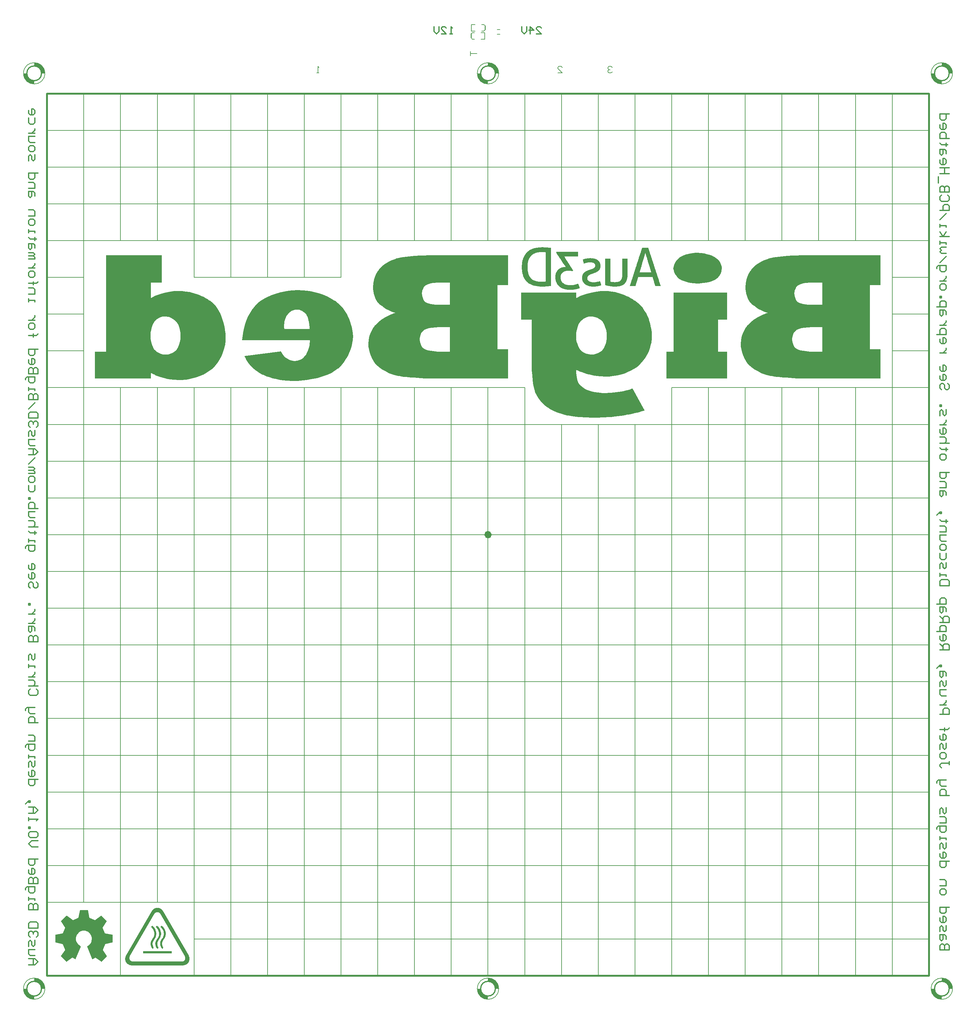
<source format=gbo>
G04 Layer_Color=32896*
%FSLAX44Y44*%
%MOMM*%
G71*
G01*
G75*
%ADD28C,0.2000*%
%ADD29C,0.3000*%
%ADD30C,0.1500*%
%ADD31C,0.1270*%
%ADD32C,0.5000*%
%ADD42C,1.0000*%
G36*
X1426682Y2056721D02*
X1427881D01*
X1429148Y2056654D01*
X1430414Y2056588D01*
X1431614Y2056521D01*
X1432614Y2056454D01*
X1433547Y2056388D01*
X1434213D01*
X1434480Y2056321D01*
X1434813D01*
X1436013Y2056254D01*
X1437146Y2056121D01*
X1438145Y2056055D01*
X1439012Y2055988D01*
X1439678Y2055921D01*
X1440212Y2055855D01*
X1440545Y2055788D01*
X1440678D01*
X1442611Y2055588D01*
X1443477Y2055521D01*
X1444344Y2055455D01*
X1445010Y2055388D01*
X1445544Y2055321D01*
X1445877Y2055255D01*
X1446677D01*
Y2054055D01*
Y2052922D01*
Y2051922D01*
Y2051056D01*
Y2050323D01*
Y2049856D01*
Y2049523D01*
Y2049390D01*
Y2048457D01*
Y2047657D01*
Y2046857D01*
Y2046190D01*
Y2045657D01*
Y2045257D01*
Y2044991D01*
Y2044924D01*
Y2043258D01*
Y2041858D01*
Y2040659D01*
Y2039659D01*
Y2038859D01*
Y2038326D01*
Y2037993D01*
Y2037859D01*
Y2036926D01*
Y2035993D01*
Y2035060D01*
Y2034193D01*
Y2033394D01*
Y2032794D01*
Y2032394D01*
Y2032327D01*
Y2032261D01*
Y2031461D01*
Y2030728D01*
Y2030461D01*
Y2030195D01*
Y2030061D01*
Y2029995D01*
Y2029061D01*
Y2028128D01*
Y2027795D01*
Y2027462D01*
Y2027262D01*
Y2027195D01*
Y2025995D01*
Y2025462D01*
Y2024929D01*
Y2024463D01*
Y2024129D01*
Y2023863D01*
Y2023796D01*
Y2022330D01*
Y2021597D01*
Y2020930D01*
Y2020330D01*
Y2019864D01*
Y2019597D01*
Y2019464D01*
Y2017998D01*
Y2016531D01*
Y2015065D01*
Y2013665D01*
Y2012466D01*
Y2011933D01*
Y2011533D01*
Y2011133D01*
Y2010866D01*
Y2010733D01*
Y2010666D01*
Y2008733D01*
Y2006667D01*
Y2004734D01*
Y2002935D01*
Y2002068D01*
Y2001335D01*
Y2000669D01*
Y2000069D01*
Y1999602D01*
Y1999202D01*
Y1999003D01*
Y1998936D01*
Y1997336D01*
Y1995603D01*
Y1992204D01*
Y1988805D01*
Y1987206D01*
Y1985672D01*
Y1984206D01*
Y1982873D01*
Y1981740D01*
Y1980674D01*
Y1979874D01*
Y1979274D01*
Y1978874D01*
Y1978808D01*
Y1978741D01*
Y1976541D01*
Y1974276D01*
Y1969610D01*
Y1967344D01*
Y1965078D01*
Y1962878D01*
Y1960812D01*
Y1958879D01*
Y1957146D01*
Y1955547D01*
Y1954214D01*
Y1953614D01*
Y1953147D01*
Y1952681D01*
Y1952281D01*
Y1952014D01*
Y1951815D01*
Y1951681D01*
Y1951615D01*
X1444810Y1951348D01*
X1443944Y1951215D01*
X1443078Y1951148D01*
X1442411Y1951081D01*
X1441811Y1951015D01*
X1441478Y1950948D01*
X1441345D01*
X1439212Y1950748D01*
X1438145Y1950681D01*
X1437212Y1950615D01*
X1436413Y1950548D01*
X1435746Y1950482D01*
X1435546Y1950415D01*
X1435213D01*
X1434013Y1950282D01*
X1432814Y1950215D01*
X1431680Y1950148D01*
X1430681Y1950082D01*
X1429814Y1950015D01*
X1429148Y1949948D01*
X1427282D01*
X1426082Y1949882D01*
X1421816D01*
X1419284Y1949948D01*
X1416884Y1950015D01*
X1414552Y1950215D01*
X1412352Y1950415D01*
X1410219Y1950615D01*
X1408286Y1950948D01*
X1406420Y1951215D01*
X1404754Y1951548D01*
X1403221Y1951815D01*
X1401888Y1952148D01*
X1400688Y1952414D01*
X1399689Y1952614D01*
X1398956Y1952881D01*
X1398356Y1953014D01*
X1398022Y1953081D01*
X1397889Y1953147D01*
X1396023Y1953814D01*
X1394223Y1954480D01*
X1392491Y1955280D01*
X1390891Y1956080D01*
X1389358Y1956880D01*
X1387958Y1957680D01*
X1386692Y1958546D01*
X1385492Y1959279D01*
X1384426Y1960079D01*
X1383493Y1960746D01*
X1382693Y1961412D01*
X1382027Y1961945D01*
X1381493Y1962412D01*
X1381160Y1962745D01*
X1380894Y1962945D01*
X1380827Y1963012D01*
X1379561Y1964278D01*
X1378361Y1965611D01*
X1377294Y1966944D01*
X1376295Y1968344D01*
X1375362Y1969743D01*
X1374495Y1971143D01*
X1373695Y1972476D01*
X1373029Y1973742D01*
X1372429Y1974942D01*
X1371896Y1976075D01*
X1371429Y1977075D01*
X1371096Y1977941D01*
X1370763Y1978608D01*
X1370563Y1979141D01*
X1370496Y1979474D01*
X1370430Y1979607D01*
X1369830Y1981540D01*
X1369297Y1983540D01*
X1368830Y1985539D01*
X1368430Y1987539D01*
X1368097Y1989538D01*
X1367830Y1991471D01*
X1367564Y1993404D01*
X1367364Y1995203D01*
X1367230Y1996870D01*
X1367164Y1998403D01*
X1367097Y1999736D01*
X1367030Y2000935D01*
X1366964Y2001868D01*
Y2002268D01*
Y2002601D01*
Y2002868D01*
Y2003068D01*
Y2003135D01*
Y2003201D01*
X1367030Y2005601D01*
X1367097Y2007934D01*
X1367297Y2010133D01*
X1367497Y2012266D01*
X1367764Y2014265D01*
X1368030Y2016198D01*
X1368363Y2017931D01*
X1368630Y2019530D01*
X1368963Y2020997D01*
X1369297Y2022330D01*
X1369563Y2023463D01*
X1369830Y2024396D01*
X1370030Y2025129D01*
X1370230Y2025662D01*
X1370296Y2025995D01*
X1370363Y2026129D01*
X1371029Y2027928D01*
X1371763Y2029661D01*
X1372562Y2031328D01*
X1373362Y2032927D01*
X1374229Y2034393D01*
X1375028Y2035793D01*
X1375895Y2037059D01*
X1376695Y2038259D01*
X1377494Y2039326D01*
X1378161Y2040259D01*
X1378827Y2041058D01*
X1379361Y2041725D01*
X1379827Y2042258D01*
X1380227Y2042658D01*
X1380427Y2042924D01*
X1380494Y2042991D01*
X1381827Y2044258D01*
X1383160Y2045457D01*
X1384559Y2046524D01*
X1386026Y2047523D01*
X1387425Y2048457D01*
X1388825Y2049323D01*
X1390224Y2050056D01*
X1391491Y2050789D01*
X1392757Y2051389D01*
X1393824Y2051856D01*
X1394890Y2052322D01*
X1395756Y2052655D01*
X1396423Y2052989D01*
X1396956Y2053189D01*
X1397289Y2053255D01*
X1397423Y2053322D01*
X1399355Y2053922D01*
X1401355Y2054455D01*
X1403421Y2054922D01*
X1405421Y2055321D01*
X1407487Y2055655D01*
X1409420Y2055921D01*
X1411352Y2056188D01*
X1413152Y2056388D01*
X1414818Y2056521D01*
X1416351Y2056588D01*
X1417751Y2056654D01*
X1418950Y2056721D01*
X1419884Y2056788D01*
X1425815D01*
X1426682Y2056721D01*
D02*
G37*
G36*
X1556115Y2027129D02*
X1558315Y2026995D01*
X1559381Y2026862D01*
X1560381Y2026729D01*
X1561247Y2026595D01*
X1562114Y2026529D01*
X1562847Y2026395D01*
X1563513Y2026262D01*
X1564113Y2026129D01*
X1564580Y2025995D01*
X1564980Y2025929D01*
X1565246Y2025862D01*
X1565446Y2025796D01*
X1565513D01*
X1567379Y2025196D01*
X1569045Y2024529D01*
X1570512Y2023796D01*
X1571778Y2023063D01*
X1572778Y2022463D01*
X1573178Y2022197D01*
X1573511Y2021930D01*
X1573844Y2021730D01*
X1574044Y2021597D01*
X1574111Y2021530D01*
X1574177Y2021463D01*
X1575444Y2020330D01*
X1576510Y2019197D01*
X1577377Y2018064D01*
X1578110Y2016998D01*
X1578710Y2016065D01*
X1579109Y2015332D01*
X1579243Y2015065D01*
X1579376Y2014865D01*
X1579443Y2014732D01*
Y2014665D01*
X1580043Y2013199D01*
X1580442Y2011666D01*
X1580776Y2010200D01*
X1580976Y2008800D01*
X1581109Y2007667D01*
Y2007134D01*
X1581176Y2006734D01*
Y2006334D01*
Y2006067D01*
Y2005934D01*
Y2005867D01*
X1581109Y2004534D01*
X1581042Y2003335D01*
X1580842Y2002268D01*
X1580642Y2001268D01*
X1580509Y2000469D01*
X1580309Y1999935D01*
X1580242Y1999536D01*
X1580176Y1999469D01*
Y1999402D01*
X1579709Y1998336D01*
X1579243Y1997336D01*
X1578710Y1996470D01*
X1578176Y1995737D01*
X1577710Y1995137D01*
X1577310Y1994670D01*
X1577043Y1994404D01*
X1576977Y1994270D01*
X1576177Y1993470D01*
X1575244Y1992737D01*
X1574377Y1992071D01*
X1573511Y1991471D01*
X1572711Y1990938D01*
X1572111Y1990538D01*
X1571711Y1990271D01*
X1571645Y1990205D01*
X1571578D01*
X1570245Y1989472D01*
X1568912Y1988805D01*
X1567579Y1988139D01*
X1566313Y1987605D01*
X1565246Y1987206D01*
X1564780Y1987005D01*
X1564380Y1986806D01*
X1564113Y1986739D01*
X1563847Y1986606D01*
X1563713Y1986539D01*
X1563647D01*
X1563114Y1986339D01*
X1562647Y1986139D01*
X1562380Y1986072D01*
X1562247Y1986006D01*
X1562114Y1985939D01*
X1562047Y1985872D01*
X1561914D01*
X1561647Y1985739D01*
X1561114Y1985539D01*
X1560448Y1985273D01*
X1559781Y1985073D01*
X1559181Y1984806D01*
X1558715Y1984673D01*
X1558648Y1984606D01*
X1558581D01*
X1557582Y1984273D01*
X1556715Y1984006D01*
X1556315Y1983940D01*
X1556049Y1983806D01*
X1555915Y1983740D01*
X1555849D01*
X1554916Y1983406D01*
X1554116Y1983140D01*
X1553849Y1983073D01*
X1553583Y1982940D01*
X1553449Y1982873D01*
X1553383D01*
X1552516Y1982473D01*
X1551850Y1982140D01*
X1551583Y1982007D01*
X1551383Y1981873D01*
X1551317Y1981807D01*
X1551250D01*
X1550517Y1981340D01*
X1549850Y1981007D01*
X1549584Y1980807D01*
X1549384Y1980741D01*
X1549317Y1980607D01*
X1549250D01*
X1548584Y1980074D01*
X1548117Y1979607D01*
X1547784Y1979274D01*
X1547651Y1979207D01*
Y1979141D01*
X1547118Y1978541D01*
X1546718Y1978008D01*
X1546451Y1977541D01*
X1546384Y1977475D01*
Y1977408D01*
X1545985Y1976741D01*
X1545718Y1976075D01*
X1545651Y1975742D01*
X1545585Y1975542D01*
X1545518Y1975408D01*
Y1975342D01*
X1545385Y1974409D01*
X1545318Y1973542D01*
Y1973142D01*
Y1972876D01*
Y1972676D01*
Y1972609D01*
X1545385Y1971676D01*
X1545451Y1970876D01*
X1545518Y1970610D01*
Y1970343D01*
X1545585Y1970210D01*
Y1970143D01*
X1545918Y1969277D01*
X1546251Y1968610D01*
X1546384Y1968344D01*
X1546518Y1968210D01*
X1546584Y1968077D01*
X1546651Y1968010D01*
X1547184Y1967277D01*
X1547717Y1966611D01*
X1547917Y1966344D01*
X1548117Y1966144D01*
X1548184Y1966078D01*
X1548251Y1966011D01*
X1548917Y1965344D01*
X1549584Y1964878D01*
X1549850Y1964678D01*
X1550050Y1964545D01*
X1550184Y1964411D01*
X1550250D01*
X1551117Y1963945D01*
X1551916Y1963545D01*
X1552250Y1963412D01*
X1552516Y1963278D01*
X1552650Y1963212D01*
X1552716D01*
X1553716Y1962812D01*
X1554582Y1962545D01*
X1554982Y1962412D01*
X1555249Y1962345D01*
X1555449Y1962278D01*
X1555515D01*
X1556649Y1962012D01*
X1557182Y1961945D01*
X1557648Y1961879D01*
X1558048Y1961812D01*
X1558381Y1961745D01*
X1558648D01*
X1559781Y1961679D01*
X1560314D01*
X1560847Y1961612D01*
X1561847D01*
X1563580Y1961679D01*
X1564313D01*
X1565046Y1961745D01*
X1565646D01*
X1566113Y1961812D01*
X1566513D01*
X1568246Y1962012D01*
X1568979Y1962145D01*
X1569712Y1962212D01*
X1570312Y1962345D01*
X1570778Y1962412D01*
X1571045Y1962478D01*
X1571178D01*
X1572844Y1962878D01*
X1573644Y1963078D01*
X1574311Y1963212D01*
X1574844Y1963345D01*
X1575244Y1963478D01*
X1575577Y1963545D01*
X1575644D01*
X1577177Y1964078D01*
X1577910Y1964278D01*
X1578510Y1964545D01*
X1579043Y1964745D01*
X1579443Y1964878D01*
X1579709Y1964944D01*
X1579776Y1965011D01*
X1580176Y1963945D01*
X1580376Y1963412D01*
X1580509Y1963012D01*
X1580642Y1962612D01*
X1580776Y1962345D01*
X1580842Y1962145D01*
Y1962079D01*
X1581242Y1961012D01*
X1581375Y1960546D01*
X1581509Y1960079D01*
X1581642Y1959746D01*
X1581775Y1959479D01*
X1581842Y1959279D01*
Y1959213D01*
X1582175Y1958080D01*
X1582309Y1957613D01*
X1582442Y1957146D01*
X1582509Y1956747D01*
X1582575Y1956480D01*
X1582642Y1956280D01*
Y1956213D01*
X1582842Y1955147D01*
X1582908Y1954281D01*
X1582975Y1953881D01*
X1583042Y1953614D01*
Y1953414D01*
Y1953347D01*
X1581375Y1952748D01*
X1580576Y1952548D01*
X1579909Y1952348D01*
X1579243Y1952148D01*
X1578776Y1952014D01*
X1578510Y1951948D01*
X1578376D01*
X1576577Y1951481D01*
X1575777Y1951281D01*
X1574977Y1951148D01*
X1574311Y1951015D01*
X1573844Y1950881D01*
X1573511Y1950815D01*
X1573378D01*
X1571378Y1950482D01*
X1570445Y1950348D01*
X1569579Y1950282D01*
X1568845Y1950148D01*
X1568312D01*
X1567912Y1950082D01*
X1567779D01*
X1565446Y1949948D01*
X1564380D01*
X1563380Y1949882D01*
X1560048D01*
X1558848Y1949948D01*
X1557715Y1950015D01*
X1556782Y1950082D01*
X1555982Y1950148D01*
X1555382Y1950215D01*
X1554982Y1950282D01*
X1554849D01*
X1553716Y1950482D01*
X1552583Y1950681D01*
X1551583Y1950881D01*
X1550717Y1951148D01*
X1549984Y1951348D01*
X1549384Y1951481D01*
X1549050Y1951548D01*
X1548917Y1951615D01*
X1547851Y1951948D01*
X1546918Y1952281D01*
X1545985Y1952681D01*
X1545251Y1952948D01*
X1544585Y1953281D01*
X1544118Y1953481D01*
X1543852Y1953614D01*
X1543719Y1953681D01*
X1542852Y1954147D01*
X1541986Y1954614D01*
X1541252Y1955080D01*
X1540586Y1955480D01*
X1540053Y1955880D01*
X1539653Y1956147D01*
X1539386Y1956347D01*
X1539320Y1956413D01*
X1538586Y1957013D01*
X1537853Y1957613D01*
X1537254Y1958213D01*
X1536720Y1958746D01*
X1536320Y1959146D01*
X1535987Y1959479D01*
X1535787Y1959746D01*
X1535721Y1959812D01*
X1534721Y1961279D01*
X1534254Y1961945D01*
X1533854Y1962545D01*
X1533588Y1963078D01*
X1533321Y1963545D01*
X1533188Y1963811D01*
X1533121Y1963878D01*
X1532388Y1965544D01*
X1532121Y1966344D01*
X1531922Y1967077D01*
X1531721Y1967677D01*
X1531588Y1968144D01*
X1531522Y1968410D01*
Y1968544D01*
X1531188Y1970410D01*
X1531122Y1971276D01*
X1531055Y1972009D01*
X1530988Y1972676D01*
Y1973209D01*
Y1973542D01*
Y1973676D01*
Y1974542D01*
X1531055Y1975342D01*
X1531122Y1976075D01*
X1531188Y1976741D01*
X1531255Y1977275D01*
X1531322Y1977741D01*
X1531388Y1978008D01*
Y1978074D01*
X1531655Y1979474D01*
X1531788Y1980141D01*
X1531922Y1980674D01*
X1532121Y1981140D01*
X1532188Y1981540D01*
X1532321Y1981740D01*
Y1981807D01*
X1532921Y1983006D01*
X1533188Y1983540D01*
X1533454Y1984006D01*
X1533654Y1984406D01*
X1533854Y1984673D01*
X1533921Y1984873D01*
X1533988Y1984939D01*
X1534654Y1985939D01*
X1535254Y1986739D01*
X1535521Y1987072D01*
X1535721Y1987339D01*
X1535854Y1987472D01*
X1535921Y1987539D01*
X1536787Y1988405D01*
X1537587Y1989072D01*
X1537920Y1989338D01*
X1538187Y1989538D01*
X1538320Y1989671D01*
X1538387Y1989738D01*
X1539386Y1990471D01*
X1540319Y1991071D01*
X1540719Y1991271D01*
X1541053Y1991471D01*
X1541252Y1991538D01*
X1541319Y1991604D01*
X1542452Y1992137D01*
X1542985Y1992404D01*
X1543519Y1992604D01*
X1543918Y1992804D01*
X1544252Y1992937D01*
X1544452Y1993071D01*
X1544518D01*
X1545718Y1993537D01*
X1546318Y1993737D01*
X1546784Y1993870D01*
X1547251Y1994070D01*
X1547584Y1994137D01*
X1547784Y1994270D01*
X1547851D01*
X1548517Y1994537D01*
X1549050Y1994670D01*
X1549384Y1994803D01*
X1549584Y1994870D01*
X1549717D01*
X1549850Y1994937D01*
X1550050Y1995004D01*
X1550317Y1995070D01*
X1550983Y1995337D01*
X1551850Y1995670D01*
X1552716Y1995937D01*
X1553449Y1996203D01*
X1553716Y1996337D01*
X1553983Y1996403D01*
X1554116Y1996470D01*
X1554182D01*
X1555116Y1996736D01*
X1555915Y1997003D01*
X1556249Y1997136D01*
X1556515Y1997203D01*
X1556649Y1997270D01*
X1556715D01*
X1557582Y1997670D01*
X1558315Y1997936D01*
X1558648Y1998069D01*
X1558848Y1998136D01*
X1558981Y1998203D01*
X1559048D01*
X1559848Y1998536D01*
X1560514Y1998802D01*
X1560781Y1998936D01*
X1560981Y1999069D01*
X1561114Y1999136D01*
X1561181D01*
X1561847Y1999536D01*
X1562447Y1999935D01*
X1562847Y2000202D01*
X1562914Y2000269D01*
X1562980D01*
X1563647Y2000735D01*
X1564113Y2001135D01*
X1564447Y2001469D01*
X1564580Y2001602D01*
X1565046Y2002135D01*
X1565380Y2002668D01*
X1565646Y2003068D01*
X1565713Y2003135D01*
Y2003201D01*
X1566046Y2003868D01*
X1566313Y2004468D01*
X1566446Y2004934D01*
X1566513Y2005001D01*
Y2005068D01*
X1566646Y2005867D01*
X1566713Y2006600D01*
X1566779Y2006867D01*
Y2007134D01*
Y2007267D01*
Y2007334D01*
X1566713Y2008200D01*
X1566579Y2009000D01*
X1566446Y2009666D01*
X1566246Y2010266D01*
X1566046Y2010733D01*
X1565846Y2011133D01*
X1565780Y2011333D01*
X1565713Y2011399D01*
X1565246Y2011999D01*
X1564780Y2012532D01*
X1564247Y2012932D01*
X1563780Y2013332D01*
X1563313Y2013599D01*
X1562980Y2013799D01*
X1562714Y2013932D01*
X1562647Y2013999D01*
X1561047Y2014599D01*
X1560314Y2014798D01*
X1559648Y2014998D01*
X1559048Y2015198D01*
X1558581Y2015332D01*
X1558315Y2015398D01*
X1558181D01*
X1556382Y2015665D01*
X1555582Y2015732D01*
X1554782Y2015798D01*
X1554116Y2015865D01*
X1552250D01*
X1551383Y2015798D01*
X1550517D01*
X1549784Y2015732D01*
X1549184Y2015665D01*
X1548717D01*
X1548451Y2015598D01*
X1548317D01*
X1546651Y2015332D01*
X1545851Y2015198D01*
X1545185Y2015065D01*
X1544585Y2014932D01*
X1544185Y2014865D01*
X1543852Y2014732D01*
X1543785D01*
X1542186Y2014398D01*
X1541519Y2014199D01*
X1540919Y2014065D01*
X1540386Y2013932D01*
X1539986Y2013799D01*
X1539720Y2013732D01*
X1539653D01*
X1538320Y2013332D01*
X1537720Y2013132D01*
X1537187Y2012932D01*
X1536720Y2012799D01*
X1536387Y2012666D01*
X1536187Y2012599D01*
X1536120D01*
X1535721Y2013532D01*
X1535387Y2014332D01*
X1535321Y2014665D01*
X1535187Y2014932D01*
X1535121Y2015065D01*
Y2015132D01*
X1534787Y2016131D01*
X1534454Y2016998D01*
X1534388Y2017331D01*
X1534321Y2017598D01*
X1534254Y2017798D01*
Y2017864D01*
X1533988Y2018931D01*
X1533854Y2019397D01*
X1533788Y2019864D01*
X1533721Y2020197D01*
X1533654Y2020464D01*
X1533588Y2020664D01*
Y2020730D01*
X1533388Y2021797D01*
X1533255Y2022730D01*
X1533188Y2023130D01*
X1533121Y2023396D01*
Y2023596D01*
Y2023663D01*
X1534721Y2024129D01*
X1535454Y2024396D01*
X1536120Y2024596D01*
X1536720Y2024729D01*
X1537187Y2024863D01*
X1537453Y2024996D01*
X1537587D01*
X1539320Y2025462D01*
X1540186Y2025662D01*
X1540986Y2025796D01*
X1541652Y2025995D01*
X1542186Y2026062D01*
X1542519Y2026196D01*
X1542652D01*
X1544585Y2026529D01*
X1545518Y2026662D01*
X1546318Y2026795D01*
X1547051Y2026862D01*
X1547584Y2026929D01*
X1547917Y2026995D01*
X1548051D01*
X1550050Y2027129D01*
X1551050D01*
X1551850Y2027195D01*
X1553649D01*
X1556115Y2027129D01*
D02*
G37*
G36*
X1704611Y2055721D02*
X1706543D01*
X1706810Y2055655D01*
X1707210D01*
X1708010Y2055588D01*
X1708676D01*
X1708943Y2055521D01*
X1709343D01*
X1710076Y2055455D01*
X1710676Y2055321D01*
X1711142Y2055255D01*
X1711276D01*
X1711676Y2054055D01*
X1712009Y2052922D01*
X1712342Y2051922D01*
X1712609Y2051056D01*
X1712875Y2050389D01*
X1713075Y2049856D01*
X1713142Y2049523D01*
X1713208Y2049390D01*
X1713475Y2048457D01*
X1713742Y2047657D01*
X1714008Y2046857D01*
X1714208Y2046190D01*
X1714341Y2045657D01*
X1714475Y2045257D01*
X1714608Y2044991D01*
Y2044924D01*
X1715141Y2043258D01*
X1715608Y2041858D01*
X1716008Y2040659D01*
X1716341Y2039659D01*
X1716608Y2038859D01*
X1716808Y2038326D01*
X1716874Y2037993D01*
X1716941Y2037859D01*
X1717274Y2036926D01*
X1717541Y2035993D01*
X1717874Y2035060D01*
X1718141Y2034193D01*
X1718407Y2033394D01*
X1718540Y2032794D01*
X1718674Y2032394D01*
X1718740Y2032327D01*
Y2032261D01*
X1719007Y2031528D01*
X1719274Y2030794D01*
X1719340Y2030528D01*
X1719407Y2030261D01*
X1719474Y2030128D01*
Y2030061D01*
X1719807Y2029061D01*
X1720073Y2028128D01*
X1720207Y2027795D01*
X1720340Y2027462D01*
X1720407Y2027262D01*
Y2027195D01*
X1720806Y2025995D01*
X1720940Y2025462D01*
X1721140Y2024929D01*
X1721273Y2024463D01*
X1721406Y2024129D01*
X1721540Y2023863D01*
Y2023796D01*
X1722006Y2022330D01*
X1722273Y2021597D01*
X1722473Y2020930D01*
X1722673Y2020330D01*
X1722806Y2019864D01*
X1722873Y2019597D01*
X1722939Y2019464D01*
X1723406Y2017998D01*
X1723872Y2016531D01*
X1724339Y2015065D01*
X1724805Y2013665D01*
X1725205Y2012466D01*
X1725405Y2011933D01*
X1725539Y2011533D01*
X1725672Y2011133D01*
X1725739Y2010866D01*
X1725805Y2010733D01*
Y2010666D01*
X1726405Y2008733D01*
X1727072Y2006667D01*
X1727738Y2004734D01*
X1728271Y2002935D01*
X1728604Y2002068D01*
X1728804Y2001335D01*
X1729071Y2000669D01*
X1729204Y2000069D01*
X1729404Y1999602D01*
X1729538Y1999202D01*
X1729604Y1999003D01*
Y1998936D01*
X1730137Y1997336D01*
X1730671Y1995603D01*
X1731804Y1992204D01*
X1732870Y1988805D01*
X1733403Y1987206D01*
X1733936Y1985672D01*
X1734403Y1984206D01*
X1734803Y1982873D01*
X1735203Y1981740D01*
X1735536Y1980674D01*
X1735803Y1979874D01*
X1735936Y1979274D01*
X1736069Y1978874D01*
X1736136Y1978808D01*
Y1978741D01*
X1736869Y1976541D01*
X1737602Y1974276D01*
X1739135Y1969610D01*
X1739868Y1967344D01*
X1740601Y1965078D01*
X1741335Y1962878D01*
X1742001Y1960812D01*
X1742601Y1958879D01*
X1743201Y1957146D01*
X1743734Y1955547D01*
X1744134Y1954214D01*
X1744334Y1953614D01*
X1744534Y1953147D01*
X1744667Y1952681D01*
X1744800Y1952281D01*
X1744867Y1952014D01*
X1744934Y1951815D01*
X1745000Y1951681D01*
Y1951615D01*
X1744400Y1951481D01*
X1743867Y1951348D01*
X1743467Y1951281D01*
X1743334D01*
X1742668Y1951215D01*
X1742134D01*
X1741668Y1951148D01*
X1741534D01*
X1740801Y1951081D01*
X1739535D01*
X1738802Y1951015D01*
X1736869D01*
X1736269Y1951081D01*
X1734936D01*
X1734336Y1951148D01*
X1733737D01*
X1733070Y1951215D01*
X1732537D01*
X1732070Y1951281D01*
X1731937D01*
X1731204Y1951415D01*
X1730604Y1951481D01*
X1730337Y1951548D01*
X1730137Y1951615D01*
X1730004D01*
X1729138Y1954480D01*
X1728338Y1957213D01*
X1727605Y1959746D01*
X1726938Y1962079D01*
X1726338Y1964211D01*
X1725739Y1966211D01*
X1725205Y1967944D01*
X1724739Y1969543D01*
X1724339Y1970943D01*
X1724006Y1972143D01*
X1723672Y1973209D01*
X1723472Y1974075D01*
X1723273Y1974675D01*
X1723139Y1975142D01*
X1723006Y1975475D01*
Y1975542D01*
X1683616D01*
X1683416Y1974875D01*
X1683216Y1974276D01*
X1683016Y1973742D01*
X1682883Y1973276D01*
X1682683Y1972476D01*
X1682483Y1971943D01*
X1682416Y1971609D01*
X1682350Y1971343D01*
X1682283Y1971210D01*
X1682216Y1971076D01*
Y1970876D01*
X1682016Y1970410D01*
X1681816Y1969743D01*
X1681617Y1969077D01*
X1681417Y1968410D01*
X1681217Y1967810D01*
X1681150Y1967410D01*
X1681083Y1967344D01*
Y1967277D01*
X1680883Y1966611D01*
X1680750Y1965944D01*
X1680683Y1965611D01*
X1680617Y1965411D01*
X1680550Y1965278D01*
Y1965211D01*
X1680217Y1964345D01*
X1679950Y1963478D01*
X1679817Y1963078D01*
X1679750Y1962745D01*
X1679684Y1962545D01*
Y1962478D01*
X1679417Y1961745D01*
X1679151Y1960945D01*
X1678951Y1960146D01*
X1678751Y1959479D01*
X1678551Y1958813D01*
X1678417Y1958346D01*
X1678284Y1958013D01*
Y1957880D01*
X1677951Y1956813D01*
X1677617Y1955747D01*
X1677284Y1954680D01*
X1677018Y1953747D01*
X1676751Y1952881D01*
X1676551Y1952214D01*
X1676485Y1951948D01*
X1676418Y1951748D01*
X1676351Y1951681D01*
Y1951615D01*
X1675751Y1951481D01*
X1675152Y1951348D01*
X1674752Y1951281D01*
X1674618D01*
X1673952Y1951215D01*
X1673285D01*
X1673019Y1951148D01*
X1672686D01*
X1672019Y1951081D01*
X1670753D01*
X1670086Y1951015D01*
X1668087D01*
X1667420Y1951081D01*
X1666087D01*
X1665354Y1951148D01*
X1664688D01*
X1663888Y1951215D01*
X1663221D01*
X1663021Y1951281D01*
X1662621D01*
X1661888Y1951415D01*
X1661355Y1951481D01*
X1660955Y1951615D01*
X1660822D01*
X1661222Y1952814D01*
X1661555Y1953881D01*
X1661888Y1954880D01*
X1662155Y1955747D01*
X1662355Y1956413D01*
X1662555Y1956947D01*
X1662621Y1957280D01*
X1662688Y1957413D01*
X1662955Y1958346D01*
X1663221Y1959213D01*
X1663488Y1959946D01*
X1663688Y1960612D01*
X1663821Y1961212D01*
X1663954Y1961612D01*
X1664088Y1961879D01*
Y1961945D01*
X1664621Y1963611D01*
X1665154Y1965011D01*
X1665554Y1966211D01*
X1665820Y1967211D01*
X1666087Y1967944D01*
X1666287Y1968477D01*
X1666354Y1968810D01*
X1666420Y1968943D01*
X1666754Y1969877D01*
X1667020Y1970810D01*
X1667354Y1971743D01*
X1667620Y1972676D01*
X1667887Y1973409D01*
X1668087Y1974009D01*
X1668220Y1974409D01*
X1668287Y1974475D01*
Y1974542D01*
X1668486Y1975342D01*
X1668687Y1976075D01*
X1668820Y1976342D01*
X1668886Y1976608D01*
X1668953Y1976741D01*
Y1976808D01*
X1669286Y1977808D01*
X1669620Y1978674D01*
X1669686Y1979074D01*
X1669819Y1979341D01*
X1669886Y1979541D01*
Y1979607D01*
X1670286Y1980807D01*
X1670419Y1981407D01*
X1670619Y1981940D01*
X1670753Y1982407D01*
X1670886Y1982740D01*
X1671019Y1983006D01*
Y1983073D01*
X1671486Y1984539D01*
X1671752Y1985273D01*
X1671952Y1985939D01*
X1672152Y1986472D01*
X1672286Y1986939D01*
X1672352Y1987206D01*
X1672419Y1987339D01*
X1672885Y1988805D01*
X1673352Y1990271D01*
X1673819Y1991738D01*
X1674285Y1993137D01*
X1674618Y1994337D01*
X1674818Y1994870D01*
X1674951Y1995270D01*
X1675085Y1995670D01*
X1675152Y1995937D01*
X1675218Y1996070D01*
Y1996136D01*
X1675885Y1998069D01*
X1676551Y2000135D01*
X1677151Y2002068D01*
X1677751Y2003934D01*
X1678017Y2004801D01*
X1678284Y2005534D01*
X1678551Y2006201D01*
X1678684Y2006801D01*
X1678884Y2007267D01*
X1679017Y2007667D01*
X1679084Y2007867D01*
Y2007934D01*
X1679617Y2009600D01*
X1680150Y2011266D01*
X1681283Y2014665D01*
X1682350Y2018064D01*
X1682883Y2019664D01*
X1683416Y2021197D01*
X1683883Y2022663D01*
X1684283Y2023929D01*
X1684682Y2025129D01*
X1685016Y2026129D01*
X1685282Y2026929D01*
X1685415Y2027529D01*
X1685549Y2027928D01*
X1685616Y2028062D01*
X1686349Y2030261D01*
X1687082Y2032594D01*
X1688615Y2037193D01*
X1689348Y2039525D01*
X1690081Y2041792D01*
X1690748Y2043924D01*
X1691414Y2045990D01*
X1692081Y2047923D01*
X1692614Y2049723D01*
X1693147Y2051256D01*
X1693547Y2052655D01*
X1693747Y2053255D01*
X1693947Y2053722D01*
X1694080Y2054188D01*
X1694213Y2054588D01*
X1694280Y2054855D01*
X1694347Y2055055D01*
X1694413Y2055188D01*
Y2055255D01*
X1695146Y2055388D01*
X1695813Y2055455D01*
X1696080D01*
X1696279Y2055521D01*
X1696413D01*
X1697213Y2055588D01*
X1697879D01*
X1698212Y2055655D01*
X1698612D01*
X1699412Y2055721D01*
X1700745D01*
X1701478Y2055788D01*
X1704277D01*
X1704611Y2055721D01*
D02*
G37*
G36*
X1601701Y1937389D02*
X1611367Y1936422D01*
X1620550Y1934973D01*
X1628767Y1932556D01*
X1636983Y1930139D01*
X1644716Y1927723D01*
X1651482Y1924340D01*
X1657765Y1921440D01*
X1663565Y1918540D01*
X1668398Y1915640D01*
X1672748Y1912740D01*
X1676615Y1910324D01*
X1679514Y1907907D01*
X1681448Y1906457D01*
X1682897Y1905491D01*
X1683381Y1905007D01*
X1690147Y1898724D01*
X1695947Y1891958D01*
X1700780Y1884708D01*
X1705130Y1877458D01*
X1708996Y1870209D01*
X1711896Y1862959D01*
X1714313Y1855710D01*
X1716246Y1848943D01*
X1717696Y1842177D01*
X1719146Y1836377D01*
X1720112Y1831061D01*
X1720596Y1826228D01*
Y1822361D01*
X1721079Y1819461D01*
Y1817528D01*
Y1817045D01*
X1720596Y1807378D01*
X1719629Y1798195D01*
X1717696Y1789979D01*
X1715279Y1781763D01*
X1712863Y1774513D01*
X1709480Y1767747D01*
X1706096Y1761947D01*
X1702713Y1756147D01*
X1699330Y1751314D01*
X1696430Y1746965D01*
X1693047Y1743581D01*
X1690630Y1740198D01*
X1688214Y1737782D01*
X1686281Y1736332D01*
X1685314Y1735365D01*
X1684831Y1734882D01*
X1678064Y1729565D01*
X1670815Y1725215D01*
X1663565Y1720866D01*
X1655832Y1717482D01*
X1648582Y1714583D01*
X1641333Y1712166D01*
X1627317Y1708783D01*
X1620550Y1707333D01*
X1614751Y1706366D01*
X1609917Y1705883D01*
X1605084Y1705400D01*
X1601701Y1704916D01*
X1596385D01*
X1579952Y1705883D01*
X1564486Y1707816D01*
X1550954Y1710716D01*
X1544671Y1712166D01*
X1538871Y1714099D01*
X1533554Y1716033D01*
X1529205Y1717482D01*
X1524855Y1718932D01*
X1521472Y1720382D01*
X1519055Y1721832D01*
X1516638Y1722316D01*
X1515672Y1723282D01*
X1515188D01*
Y1715549D01*
X1516155Y1708783D01*
X1516638Y1702983D01*
X1517605Y1698633D01*
X1518572Y1694767D01*
X1519055Y1691867D01*
X1520022Y1690417D01*
Y1689934D01*
X1522438Y1685584D01*
X1525821Y1681718D01*
X1529688Y1678334D01*
X1533554Y1675434D01*
X1536938Y1673018D01*
X1539837Y1671085D01*
X1541771Y1670118D01*
X1542737Y1669635D01*
X1549987Y1666735D01*
X1558203Y1664318D01*
X1566420Y1662868D01*
X1574153Y1661418D01*
X1580919Y1660935D01*
X1586719Y1660452D01*
X1592035D01*
X1608951Y1660935D01*
X1616684Y1661418D01*
X1623934Y1662385D01*
X1630700Y1663352D01*
X1636983Y1664318D01*
X1642783Y1665285D01*
X1647616Y1666735D01*
X1652449Y1667702D01*
X1656315Y1668668D01*
X1659699Y1669635D01*
X1662598Y1670601D01*
X1665015Y1671568D01*
X1666465Y1672051D01*
X1667431Y1672535D01*
X1667915D01*
X1701263Y1613087D01*
X1697880Y1611637D01*
X1693530Y1610671D01*
X1684831Y1607771D01*
X1675164Y1605838D01*
X1665982Y1603421D01*
X1657765Y1601971D01*
X1653899Y1601488D01*
X1650516Y1600521D01*
X1648099Y1600038D01*
X1646166D01*
X1644716Y1599555D01*
X1644233D01*
X1636016Y1598588D01*
X1628283Y1597621D01*
X1621517Y1596655D01*
X1615234Y1595688D01*
X1610401Y1595205D01*
X1606534D01*
X1604601Y1594722D01*
X1603634D01*
X1589618Y1593755D01*
X1582852D01*
X1576569Y1593271D01*
X1553853D01*
X1545154Y1593755D01*
X1536938Y1594238D01*
X1529205Y1594722D01*
X1521955Y1595205D01*
X1515188Y1595688D01*
X1508905Y1596655D01*
X1503589Y1597621D01*
X1498756Y1598105D01*
X1494406Y1599071D01*
X1490540Y1599555D01*
X1487640Y1600038D01*
X1485223Y1600521D01*
X1483290Y1601004D01*
X1482323Y1601488D01*
X1481840D01*
X1470724Y1604871D01*
X1460574Y1608254D01*
X1451875Y1612604D01*
X1444625Y1616470D01*
X1438825Y1620337D01*
X1434476Y1623237D01*
X1431576Y1625170D01*
X1430609Y1626137D01*
X1423359Y1632420D01*
X1417560Y1639186D01*
X1412243Y1645952D01*
X1408377Y1652236D01*
X1405477Y1657552D01*
X1403544Y1661902D01*
X1402577Y1664802D01*
X1402094Y1665285D01*
Y1665768D01*
X1399677Y1675434D01*
X1397744Y1686067D01*
X1396294Y1696700D01*
X1395327Y1707333D01*
X1394844Y1716999D01*
X1394361Y1720866D01*
Y1724732D01*
Y1727632D01*
Y1729565D01*
Y1731015D01*
Y1731499D01*
Y1859576D01*
X1364879D01*
Y1933523D01*
X1515188D01*
Y1918540D01*
X1527755Y1924823D01*
X1540804Y1929656D01*
X1553853Y1933039D01*
X1565936Y1935456D01*
X1571253Y1936422D01*
X1576569Y1936906D01*
X1580919Y1937389D01*
X1584785D01*
X1587685Y1937872D01*
X1592035D01*
X1601701Y1937389D01*
D02*
G37*
G36*
X186335Y253660D02*
Y253326D01*
Y252993D01*
X190002Y233327D01*
Y232660D01*
X190335Y232327D01*
X191002D01*
X204335Y226660D01*
X205668D01*
X222001Y238660D01*
X223334Y238327D01*
X223668Y237994D01*
X237667Y224327D01*
Y223994D01*
Y223661D01*
Y223327D01*
Y222994D01*
X226334Y206328D01*
Y205994D01*
Y205661D01*
Y205328D01*
Y204995D01*
X232001Y191328D01*
X232668Y190662D01*
X233001Y190328D01*
X233334D01*
X252334Y186995D01*
X253000D01*
X253334Y186662D01*
Y186328D01*
Y185995D01*
Y166329D01*
X253000Y165662D01*
X252667Y165329D01*
X252334D01*
X234001Y161329D01*
X233334D01*
X233001Y160996D01*
Y160662D01*
X227001Y145996D01*
Y145329D01*
Y144996D01*
Y144663D01*
X237667Y128996D01*
Y128663D01*
Y128330D01*
Y127997D01*
X223668Y113997D01*
X223001Y113664D01*
X222668D01*
X222001Y113997D01*
X207001Y124330D01*
X205668D01*
X199002Y120330D01*
X198002Y120663D01*
X197668Y120997D01*
X184002Y154329D01*
Y155662D01*
X184335Y155996D01*
X186335Y156663D01*
Y156996D01*
X186669D01*
X187002Y157329D01*
X187335Y157662D01*
X190669Y160329D01*
X193002Y162996D01*
X194669Y165996D01*
X195669Y168995D01*
X196335Y171662D01*
X197002Y173662D01*
Y174995D01*
Y175662D01*
X196668Y178995D01*
X196002Y181995D01*
X195002Y184662D01*
X193669Y186995D01*
X192669Y188995D01*
X191669Y190328D01*
X191002Y190995D01*
X190669Y191328D01*
X188335Y193661D01*
X185669Y195328D01*
X183002Y196328D01*
X180669Y197328D01*
X178669Y197661D01*
X176669Y197995D01*
X175336D01*
X172003Y197661D01*
X169003Y196995D01*
X166336Y195995D01*
X164003Y194661D01*
X162336Y193328D01*
X161003Y192328D01*
X160336Y191661D01*
X160003Y191328D01*
X158003Y188995D01*
X156336Y186328D01*
X155336Y183662D01*
X154336Y180995D01*
X154003Y178995D01*
X153670Y177329D01*
Y175995D01*
Y175662D01*
X154003Y171329D01*
X155336Y167662D01*
X156670Y164662D01*
X158670Y162329D01*
X160336Y160329D01*
X162003Y158662D01*
X163336Y157996D01*
X163669Y157662D01*
X164003Y157329D01*
X164336Y156996D01*
X164669Y156663D01*
X166336Y155996D01*
X167003Y154996D01*
Y154663D01*
Y154329D01*
X152670Y120997D01*
X152336Y120663D01*
X152003Y120330D01*
X151670D01*
X145337Y124330D01*
X143670D01*
X128670Y113997D01*
X128004Y113664D01*
X127670D01*
X127337Y113997D01*
X113004Y127997D01*
Y128330D01*
Y128996D01*
X124004Y144663D01*
Y144996D01*
Y145663D01*
Y145996D01*
X117671Y160662D01*
X117337Y160996D01*
X117004Y161329D01*
X116671D01*
X98338Y165329D01*
X97671Y165662D01*
X97338Y165996D01*
Y166329D01*
Y185995D01*
Y186662D01*
X97671Y186995D01*
X98338D01*
X117337Y190328D01*
X118004Y190662D01*
X118337Y190995D01*
Y191328D01*
X124337Y204995D01*
Y205328D01*
Y205661D01*
Y206328D01*
X113004Y222994D01*
Y223327D01*
Y223661D01*
Y223994D01*
Y224327D01*
X127337Y237994D01*
X128004Y238660D01*
X128670D01*
X145337Y226660D01*
X146670D01*
X159670Y232327D01*
X160336Y232660D01*
X160669Y232994D01*
Y233327D01*
X164669Y252993D01*
Y253660D01*
X165003Y253993D01*
X186002D01*
X186335Y253660D01*
D02*
G37*
G36*
X378585Y259582D02*
X380251Y259374D01*
X381501Y258957D01*
X382543Y258540D01*
X383376Y258124D01*
X384001Y257915D01*
X384210Y257707D01*
X384835Y257290D01*
X385251Y256874D01*
X385668Y256665D01*
X385460D01*
X387751Y254790D01*
X389418Y252915D01*
X390043Y252082D01*
X390460Y251457D01*
X390876Y251040D01*
Y250832D01*
X460667Y130000D01*
Y129792D01*
X460875Y129584D01*
X461292Y128542D01*
X461709Y127917D01*
X461917Y127500D01*
Y127292D01*
X462125Y126667D01*
X462334Y125834D01*
X462542Y125000D01*
Y124792D01*
X462959Y122292D01*
Y120000D01*
X462542Y117917D01*
X462125Y116042D01*
X461709Y114584D01*
X461084Y113334D01*
X460875Y112500D01*
X460667Y112292D01*
X460459D01*
X460042Y111459D01*
X459625Y110625D01*
X459209Y110209D01*
X459000Y110000D01*
X457959Y108750D01*
X457542Y108334D01*
X457334Y108125D01*
X455250Y106459D01*
X453167Y105209D01*
X451084Y104375D01*
X449000Y103959D01*
X447334Y103542D01*
X446084Y103334D01*
X304002D01*
X302961Y103542D01*
X302336D01*
X301711Y103750D01*
X300877Y103959D01*
X300044Y104167D01*
X299836D01*
X297544Y105209D01*
X295461Y106250D01*
X293794Y107709D01*
X292336Y108959D01*
X291294Y110209D01*
X290461Y111250D01*
X290044Y112084D01*
X289836Y112292D01*
X289211Y113334D01*
X289002Y114167D01*
X288794Y114584D01*
Y114792D01*
X288377Y115834D01*
X288169Y116667D01*
X287961Y117084D01*
Y117292D01*
X287544Y119792D01*
X287752Y122292D01*
X287961Y124375D01*
X288377Y126250D01*
X289002Y127917D01*
X289419Y129167D01*
X289836Y130000D01*
X290044Y130209D01*
X359835Y251249D01*
X360877Y252707D01*
X361085Y253124D01*
X361293Y253332D01*
X361918Y253957D01*
X362543Y254582D01*
X362960Y254999D01*
X363168Y255207D01*
X365252Y256874D01*
X367335Y257915D01*
X369210Y258749D01*
X371085Y259374D01*
X372751Y259790D01*
X374001Y259999D01*
X376918D01*
X378585Y259582D01*
D02*
G37*
G36*
X1648891Y2026062D02*
X1649291Y2025995D01*
X1650624D01*
X1650891Y2025929D01*
X1651291D01*
X1652157Y2025862D01*
X1652890Y2025729D01*
X1653490Y2025662D01*
X1653957D01*
X1654357Y2025596D01*
X1654690Y2025529D01*
X1654890D01*
Y2024596D01*
Y2023863D01*
Y2023596D01*
Y2023396D01*
Y2023263D01*
Y2023196D01*
Y2022530D01*
Y2021930D01*
Y2021597D01*
Y2021530D01*
Y2021463D01*
Y2020397D01*
Y2019464D01*
Y2018731D01*
Y2018131D01*
Y2017731D01*
Y2017398D01*
Y2017264D01*
Y2017198D01*
Y2016931D01*
Y2016598D01*
Y2015798D01*
Y2014865D01*
Y2013865D01*
Y2012866D01*
Y2012066D01*
Y2011799D01*
Y2011533D01*
Y2011399D01*
Y2011333D01*
Y2010133D01*
Y2009533D01*
Y2009000D01*
Y2008533D01*
Y2008200D01*
Y2007934D01*
Y2007867D01*
Y2006267D01*
Y2005468D01*
Y2004734D01*
Y2004135D01*
Y2003668D01*
Y2003335D01*
Y2003201D01*
Y2001868D01*
Y2000535D01*
Y1999202D01*
Y1997936D01*
Y1996870D01*
Y1996403D01*
Y1996003D01*
Y1995737D01*
Y1995470D01*
Y1995337D01*
Y1995270D01*
Y1993470D01*
Y1991671D01*
Y1989805D01*
Y1988139D01*
Y1987405D01*
Y1986672D01*
Y1986072D01*
Y1985539D01*
Y1985073D01*
Y1984739D01*
Y1984539D01*
Y1984473D01*
X1654823Y1982407D01*
X1654757Y1980540D01*
X1654623Y1978874D01*
X1654490Y1977408D01*
X1654424Y1976741D01*
X1654357Y1976142D01*
Y1975675D01*
X1654290Y1975275D01*
X1654223Y1974942D01*
X1654157Y1974675D01*
Y1974542D01*
Y1974475D01*
X1653890Y1972876D01*
X1653557Y1971343D01*
X1653224Y1970010D01*
X1652890Y1968877D01*
X1652624Y1967944D01*
X1652357Y1967211D01*
X1652291Y1966944D01*
X1652224Y1966744D01*
X1652157Y1966677D01*
Y1966611D01*
X1651624Y1965411D01*
X1651091Y1964211D01*
X1650558Y1963212D01*
X1650025Y1962345D01*
X1649558Y1961612D01*
X1649225Y1961079D01*
X1648958Y1960746D01*
X1648891Y1960612D01*
X1648158Y1959679D01*
X1647425Y1958813D01*
X1646759Y1958013D01*
X1646092Y1957346D01*
X1645559Y1956813D01*
X1645092Y1956413D01*
X1644826Y1956147D01*
X1644693Y1956080D01*
X1643759Y1955414D01*
X1642893Y1954814D01*
X1642027Y1954281D01*
X1641227Y1953814D01*
X1640560Y1953481D01*
X1640027Y1953147D01*
X1639694Y1953014D01*
X1639561Y1952948D01*
X1637428Y1952148D01*
X1636428Y1951815D01*
X1635495Y1951548D01*
X1634762Y1951348D01*
X1634162Y1951215D01*
X1633762Y1951081D01*
X1633629D01*
X1632429Y1950881D01*
X1631296Y1950681D01*
X1630163Y1950548D01*
X1629163Y1950415D01*
X1628363Y1950282D01*
X1627697Y1950215D01*
X1627497D01*
X1627297Y1950148D01*
X1627164D01*
X1625897Y1950082D01*
X1624631Y1950015D01*
X1623498Y1949948D01*
X1622432D01*
X1621499Y1949882D01*
X1618833D01*
X1617500Y1949948D01*
X1616300D01*
X1615167Y1950015D01*
X1614234Y1950082D01*
X1613501D01*
X1613234Y1950148D01*
X1612901D01*
X1611568Y1950282D01*
X1610301Y1950482D01*
X1609102Y1950615D01*
X1608035Y1950815D01*
X1607102Y1950948D01*
X1606436Y1951081D01*
X1606169D01*
X1605969Y1951148D01*
X1605836D01*
X1604503Y1951415D01*
X1603303Y1951615D01*
X1602170Y1951881D01*
X1601237Y1952081D01*
X1600371Y1952214D01*
X1599771Y1952348D01*
X1599371Y1952481D01*
X1599238D01*
X1598171Y1952748D01*
X1597171Y1953014D01*
X1596238Y1953281D01*
X1595372Y1953481D01*
X1594705Y1953614D01*
X1594239Y1953747D01*
X1593906Y1953881D01*
X1593772D01*
Y1954680D01*
Y1955480D01*
Y1956147D01*
Y1956747D01*
Y1957280D01*
Y1957613D01*
Y1957880D01*
Y1957946D01*
Y1959146D01*
Y1959679D01*
Y1960146D01*
Y1960479D01*
Y1960812D01*
Y1960945D01*
Y1961012D01*
Y1962145D01*
Y1963145D01*
Y1964011D01*
Y1964678D01*
Y1965278D01*
Y1965611D01*
Y1965878D01*
Y1965944D01*
Y1967211D01*
Y1967877D01*
Y1968477D01*
Y1968943D01*
Y1969410D01*
Y1969677D01*
Y1969743D01*
Y1970343D01*
Y1970876D01*
Y1971210D01*
Y1971276D01*
Y1971343D01*
Y1972009D01*
Y1972609D01*
Y1972876D01*
Y1973076D01*
Y1973209D01*
Y1973276D01*
Y1974075D01*
Y1974875D01*
Y1975208D01*
Y1975475D01*
Y1975608D01*
Y1975675D01*
Y1976675D01*
Y1977675D01*
Y1978008D01*
Y1978341D01*
Y1978541D01*
Y1978608D01*
Y1979607D01*
Y1980674D01*
Y1981674D01*
Y1982607D01*
Y1983473D01*
Y1984073D01*
Y1984339D01*
Y1984539D01*
Y1984606D01*
Y1984673D01*
Y1986072D01*
Y1987472D01*
Y1988872D01*
Y1990138D01*
Y1991271D01*
Y1991738D01*
Y1992137D01*
Y1992471D01*
Y1992737D01*
Y1992871D01*
Y1992937D01*
Y1995203D01*
Y1997536D01*
Y1999869D01*
Y2000935D01*
Y2002002D01*
Y2003001D01*
Y2003868D01*
Y2004734D01*
Y2005401D01*
Y2005934D01*
Y2006401D01*
Y2006667D01*
Y2006734D01*
Y2009866D01*
Y2013065D01*
Y2016198D01*
Y2017731D01*
Y2019131D01*
Y2020464D01*
Y2021663D01*
Y2022796D01*
Y2023730D01*
Y2024463D01*
Y2025062D01*
Y2025396D01*
Y2025529D01*
X1594372Y2025662D01*
X1594905Y2025729D01*
X1595305Y2025796D01*
X1595439D01*
X1596105Y2025862D01*
X1596705D01*
X1596971Y2025929D01*
X1597305D01*
X1597971Y2025995D01*
X1599104D01*
X1599704Y2026062D01*
X1600237Y2026129D01*
X1601437D01*
X1601970Y2026062D01*
X1602370Y2025995D01*
X1603703D01*
X1604170Y2025929D01*
X1604303D01*
X1605036Y2025862D01*
X1605636D01*
X1606036Y2025796D01*
X1606169D01*
X1606836Y2025729D01*
X1607369Y2025596D01*
X1607702Y2025529D01*
X1607835D01*
Y2024796D01*
Y2024129D01*
Y2023530D01*
Y2022996D01*
Y2022596D01*
Y2022263D01*
Y2022063D01*
Y2021997D01*
Y2020997D01*
Y2020530D01*
Y2020130D01*
Y2019797D01*
Y2019530D01*
Y2019397D01*
Y2019331D01*
Y2018064D01*
Y2016931D01*
Y2015998D01*
Y2015332D01*
Y2014732D01*
Y2014398D01*
Y2014132D01*
Y2014065D01*
Y2013399D01*
Y2012532D01*
Y2011666D01*
Y2010799D01*
Y2010000D01*
Y2009333D01*
Y2009066D01*
Y2008867D01*
Y2008800D01*
Y2008733D01*
Y2008000D01*
Y2007334D01*
Y2007067D01*
Y2006867D01*
Y2006734D01*
Y2006667D01*
Y2005801D01*
Y2005001D01*
Y2004668D01*
Y2004401D01*
Y2004201D01*
Y2004135D01*
Y2003268D01*
Y2002402D01*
Y2001535D01*
Y2000735D01*
Y2000002D01*
Y1999469D01*
Y1999069D01*
Y1999003D01*
Y1998936D01*
Y1997736D01*
Y1996536D01*
Y1995337D01*
Y1994204D01*
Y1993271D01*
Y1992471D01*
Y1992204D01*
Y1992004D01*
Y1991871D01*
Y1991804D01*
Y1989805D01*
Y1987739D01*
Y1985739D01*
Y1983806D01*
Y1982940D01*
Y1982140D01*
Y1981474D01*
Y1980874D01*
Y1980341D01*
Y1980007D01*
Y1979741D01*
Y1979674D01*
Y1976941D01*
Y1974209D01*
Y1971476D01*
Y1970143D01*
Y1968943D01*
Y1967744D01*
Y1966744D01*
Y1965744D01*
Y1964944D01*
Y1964345D01*
Y1963811D01*
Y1963545D01*
Y1963412D01*
X1609835Y1962878D01*
X1610835Y1962678D01*
X1611701Y1962545D01*
X1612501Y1962412D01*
X1613101Y1962278D01*
X1613501Y1962212D01*
X1613634D01*
X1615967Y1962012D01*
X1617100Y1961945D01*
X1618166D01*
X1619099Y1961879D01*
X1620432D01*
X1622165Y1961945D01*
X1622965D01*
X1623631Y1962012D01*
X1624231D01*
X1624631Y1962079D01*
X1625031D01*
X1625831Y1962212D01*
X1626564Y1962345D01*
X1627230Y1962478D01*
X1627830Y1962612D01*
X1628363Y1962678D01*
X1628697Y1962812D01*
X1628963Y1962878D01*
X1629030D01*
X1630363Y1963278D01*
X1630963Y1963545D01*
X1631496Y1963745D01*
X1631962Y1963945D01*
X1632296Y1964145D01*
X1632496Y1964211D01*
X1632562Y1964278D01*
X1633629Y1965011D01*
X1634162Y1965344D01*
X1634562Y1965678D01*
X1634895Y1965944D01*
X1635162Y1966211D01*
X1635362Y1966344D01*
X1635428Y1966411D01*
X1636295Y1967477D01*
X1637028Y1968477D01*
X1637294Y1968943D01*
X1637495Y1969277D01*
X1637628Y1969477D01*
X1637694Y1969543D01*
X1638361Y1970943D01*
X1638627Y1971609D01*
X1638894Y1972209D01*
X1639027Y1972809D01*
X1639161Y1973209D01*
X1639294Y1973476D01*
Y1973609D01*
X1639761Y1975342D01*
X1639894Y1976208D01*
X1640027Y1977008D01*
X1640160Y1977675D01*
X1640227Y1978208D01*
X1640294Y1978541D01*
Y1978674D01*
X1640427Y1980874D01*
X1640494Y1981940D01*
Y1982940D01*
X1640560Y1983806D01*
Y1984406D01*
Y1984673D01*
Y1984873D01*
Y1984939D01*
Y1985006D01*
Y1985939D01*
Y1986672D01*
Y1986939D01*
Y1987139D01*
Y1987272D01*
Y1987339D01*
Y1988072D01*
Y1988605D01*
Y1989005D01*
Y1989072D01*
Y1989138D01*
Y1990205D01*
Y1991071D01*
Y1991738D01*
Y1992337D01*
Y1992737D01*
Y1993071D01*
Y1993204D01*
Y1993271D01*
Y1993537D01*
Y1993870D01*
Y1994670D01*
Y1995603D01*
Y1996603D01*
Y1997536D01*
Y1998336D01*
Y1998603D01*
Y1998869D01*
Y1999003D01*
Y1999069D01*
Y2000202D01*
Y2000802D01*
Y2001335D01*
Y2001802D01*
Y2002135D01*
Y2002402D01*
Y2002468D01*
Y2004001D01*
Y2004801D01*
Y2005468D01*
Y2006067D01*
Y2006600D01*
Y2006867D01*
Y2007000D01*
Y2008333D01*
Y2009666D01*
Y2010999D01*
Y2012199D01*
Y2013266D01*
Y2013732D01*
Y2014132D01*
Y2014465D01*
Y2014665D01*
Y2014798D01*
Y2014865D01*
Y2016665D01*
Y2018464D01*
Y2020264D01*
Y2021930D01*
Y2022663D01*
Y2023396D01*
Y2023996D01*
Y2024529D01*
Y2024929D01*
Y2025262D01*
Y2025462D01*
Y2025529D01*
X1641227Y2025662D01*
X1641760Y2025729D01*
X1642160Y2025796D01*
X1642293D01*
X1642960Y2025862D01*
X1643560D01*
X1644026Y2025929D01*
X1644159D01*
X1644893Y2025995D01*
X1646159D01*
X1646759Y2026062D01*
X1647292Y2026129D01*
X1648358D01*
X1648891Y2026062D01*
D02*
G37*
G36*
X1329597Y1954305D02*
X1300598D01*
Y1779346D01*
X1329597D01*
Y1699600D01*
X1127090D01*
X1114523Y1700083D01*
X1103407D01*
X1092775Y1700567D01*
X1083108Y1701533D01*
X1073925Y1702017D01*
X1065709Y1702500D01*
X1058459Y1703466D01*
X1052176Y1703950D01*
X1046377Y1704433D01*
X1041544Y1705400D01*
X1037677Y1705883D01*
X1034777Y1706366D01*
X1032844D01*
X1031394Y1706850D01*
X1030911D01*
X1017378Y1710233D01*
X1005295Y1714583D01*
X995146Y1719899D01*
X986446Y1724732D01*
X979680Y1729565D01*
X974847Y1733432D01*
X973397Y1735365D01*
X971947Y1736332D01*
X970980Y1736815D01*
Y1737298D01*
X967114Y1741648D01*
X963730Y1746481D01*
X958414Y1756147D01*
X954548Y1765814D01*
X952131Y1774997D01*
X950198Y1782729D01*
X949714Y1786113D01*
Y1789013D01*
X949231Y1791429D01*
Y1793362D01*
Y1794329D01*
Y1794812D01*
X950198Y1804962D01*
X952131Y1814628D01*
X955514Y1823328D01*
X958897Y1830577D01*
X962281Y1836860D01*
X965664Y1841694D01*
X967597Y1844593D01*
X968564Y1845077D01*
Y1845560D01*
X976296Y1853293D01*
X984996Y1860059D01*
X994179Y1865859D01*
X1002879Y1870209D01*
X1011095Y1874075D01*
X1014478Y1875525D01*
X1017378Y1876492D01*
X1019794Y1877458D01*
X1021728Y1877942D01*
X1022694Y1878425D01*
X1023178D01*
X1013995Y1881325D01*
X1005295Y1885191D01*
X998046Y1889058D01*
X991762Y1892924D01*
X986446Y1896791D01*
X982580Y1899691D01*
X980163Y1901624D01*
X979196Y1902591D01*
X973397Y1909357D01*
X969047Y1916607D01*
X966147Y1924340D01*
X963730Y1931589D01*
X962764Y1938356D01*
X962281Y1943189D01*
X961797Y1945122D01*
Y1946572D01*
Y1947539D01*
Y1948022D01*
X962764Y1958655D01*
X964697Y1968321D01*
X967597Y1977021D01*
X970980Y1984270D01*
X974363Y1990553D01*
X977263Y1994903D01*
X979196Y1997803D01*
X980163Y1998770D01*
X987896Y2006503D01*
X996112Y2012302D01*
X1004812Y2017619D01*
X1013028Y2021485D01*
X1020278Y2024385D01*
X1023178Y2025352D01*
X1026078Y2026318D01*
X1028494Y2026802D01*
X1029944Y2027285D01*
X1030911Y2027768D01*
X1031394D01*
X1038160Y2029218D01*
X1044927Y2030185D01*
X1059909Y2032118D01*
X1075375Y2033085D01*
X1090358Y2034051D01*
X1097608Y2034535D01*
X1103891D01*
X1109690Y2035018D01*
X1329597D01*
Y1954305D01*
D02*
G37*
G36*
X387140Y1961071D02*
X357658D01*
Y1918540D01*
X369741Y1924823D01*
X381824Y1929656D01*
X394390Y1933039D01*
X405989Y1935456D01*
X411306Y1936422D01*
X416139Y1936906D01*
X420489Y1937389D01*
X424355D01*
X427255Y1937872D01*
X431605D01*
X442238Y1937389D01*
X452870Y1936422D01*
X462537Y1934973D01*
X471236Y1932556D01*
X479936Y1930139D01*
X487669Y1927723D01*
X494919Y1924340D01*
X501202Y1921440D01*
X507001Y1918540D01*
X511834Y1915640D01*
X516184Y1912740D01*
X520051Y1910324D01*
X522467Y1907907D01*
X524884Y1906457D01*
X525850Y1905491D01*
X526334Y1905007D01*
X532617Y1898724D01*
X537933Y1891475D01*
X542283Y1884225D01*
X546633Y1876492D01*
X550016Y1868759D01*
X552433Y1861026D01*
X554849Y1853293D01*
X556782Y1846043D01*
X558232Y1839277D01*
X559199Y1832511D01*
X560166Y1826711D01*
X560649Y1821878D01*
Y1817528D01*
X561132Y1814628D01*
Y1812211D01*
Y1811728D01*
X560649Y1801579D01*
X559682Y1791912D01*
X557749Y1782729D01*
X555332Y1774513D01*
X552433Y1766780D01*
X549049Y1759531D01*
X545666Y1753248D01*
X542283Y1747448D01*
X538900Y1742131D01*
X535517Y1737782D01*
X532133Y1733915D01*
X529234Y1731015D01*
X526817Y1728599D01*
X524884Y1726665D01*
X523917Y1725699D01*
X523434Y1725215D01*
X516184Y1719899D01*
X508451Y1715549D01*
X501202Y1711199D01*
X493469Y1707816D01*
X486219Y1704916D01*
X478969Y1702500D01*
X464953Y1699117D01*
X458670Y1697667D01*
X453354Y1696700D01*
X448037Y1696217D01*
X443688Y1695733D01*
X440304Y1695250D01*
X435471D01*
X419522Y1696217D01*
X404539Y1698150D01*
X391490Y1701533D01*
X385207Y1703466D01*
X379891Y1705400D01*
X375057Y1706850D01*
X370708Y1708783D01*
X366841Y1710716D01*
X363458Y1712166D01*
X361041Y1713133D01*
X359108Y1714099D01*
X358142Y1715066D01*
X357658D01*
Y1699600D01*
X205415D01*
Y1773063D01*
X235864D01*
Y2035018D01*
X387140D01*
Y1961071D01*
D02*
G37*
G36*
X1519858Y2043991D02*
X1519925Y2043458D01*
X1519991Y2043058D01*
X1520058Y2042991D01*
Y2042924D01*
X1520125Y2042325D01*
Y2041792D01*
X1520191Y2041392D01*
Y2041325D01*
Y2041258D01*
X1520258Y2040592D01*
Y2040059D01*
X1520325Y2039659D01*
Y2039592D01*
Y2039525D01*
Y2038926D01*
Y2038459D01*
Y2038059D01*
Y2037993D01*
Y2037926D01*
Y2036726D01*
X1520258Y2036193D01*
Y2035660D01*
Y2035260D01*
X1520191Y2034927D01*
Y2034727D01*
Y2034660D01*
X1520058Y2033594D01*
X1519991Y2033060D01*
X1519925Y2032661D01*
X1519858Y2032261D01*
X1519791Y2031994D01*
X1519725Y2031794D01*
Y2031727D01*
X1482734D01*
X1484200Y2029395D01*
X1485667Y2027129D01*
X1487000Y2024929D01*
X1488333Y2022863D01*
X1489666Y2020797D01*
X1490865Y2018864D01*
X1492065Y2016931D01*
X1493265Y2015132D01*
X1494331Y2013399D01*
X1495397Y2011732D01*
X1496397Y2010133D01*
X1497397Y2008600D01*
X1498264Y2007200D01*
X1499130Y2005801D01*
X1499996Y2004534D01*
X1500730Y2003268D01*
X1501463Y2002135D01*
X1502196Y2001069D01*
X1502796Y2000069D01*
X1503396Y1999136D01*
X1503929Y1998269D01*
X1504462Y1997536D01*
X1504862Y1996803D01*
X1505262Y1996203D01*
X1505662Y1995603D01*
X1505928Y1995137D01*
X1506195Y1994737D01*
X1506395Y1994404D01*
X1506595Y1994137D01*
X1506728Y1993937D01*
X1506795Y1993870D01*
Y1993804D01*
X1506595Y1993470D01*
X1506461Y1993337D01*
Y1993271D01*
Y1993204D01*
X1506328Y1993071D01*
X1506195Y1992871D01*
X1506062Y1992604D01*
X1505862Y1992337D01*
X1505728Y1992071D01*
X1505662Y1991938D01*
X1505595Y1991871D01*
X1504529Y1992071D01*
X1503662Y1992271D01*
X1503262Y1992337D01*
X1502996D01*
X1502796Y1992404D01*
X1502729D01*
X1501596Y1992604D01*
X1501129Y1992671D01*
X1500663Y1992737D01*
X1500263D01*
X1499996Y1992804D01*
X1499730D01*
X1498663Y1992871D01*
X1497797D01*
X1497397Y1992937D01*
X1496864D01*
X1495797Y1993004D01*
X1493931D01*
X1492198Y1992937D01*
X1490599Y1992871D01*
X1489133Y1992671D01*
X1487866Y1992471D01*
X1486800Y1992271D01*
X1486400Y1992204D01*
X1486000Y1992137D01*
X1485733Y1992071D01*
X1485533Y1992004D01*
X1485400Y1991938D01*
X1485333D01*
X1483934Y1991471D01*
X1482667Y1990938D01*
X1481468Y1990405D01*
X1480468Y1989872D01*
X1479668Y1989405D01*
X1479002Y1989005D01*
X1478602Y1988738D01*
X1478468Y1988672D01*
X1477402Y1987805D01*
X1476536Y1986939D01*
X1475802Y1986006D01*
X1475136Y1985139D01*
X1474669Y1984406D01*
X1474336Y1983740D01*
X1474136Y1983340D01*
X1474070Y1983273D01*
Y1983206D01*
X1473536Y1981940D01*
X1473203Y1980607D01*
X1472937Y1979274D01*
X1472737Y1978074D01*
X1472603Y1977008D01*
Y1976541D01*
X1472537Y1976142D01*
Y1975875D01*
Y1975608D01*
Y1975475D01*
Y1975408D01*
Y1974342D01*
X1472603Y1973276D01*
X1472737Y1972343D01*
X1472803Y1971543D01*
X1472937Y1970810D01*
X1473070Y1970343D01*
X1473137Y1970010D01*
Y1969877D01*
X1473336Y1969010D01*
X1473603Y1968144D01*
X1473803Y1967410D01*
X1474070Y1966744D01*
X1474336Y1966144D01*
X1474469Y1965744D01*
X1474603Y1965478D01*
X1474669Y1965411D01*
X1475069Y1964678D01*
X1475469Y1963945D01*
X1475936Y1963345D01*
X1476269Y1962745D01*
X1476602Y1962345D01*
X1476869Y1961945D01*
X1477069Y1961745D01*
X1477135Y1961679D01*
X1478202Y1960479D01*
X1478735Y1959946D01*
X1479268Y1959546D01*
X1479668Y1959146D01*
X1480002Y1958879D01*
X1480268Y1958746D01*
X1480335Y1958679D01*
X1481668Y1957746D01*
X1482334Y1957346D01*
X1482934Y1957080D01*
X1483401Y1956813D01*
X1483867Y1956613D01*
X1484134Y1956480D01*
X1484200Y1956413D01*
X1485733Y1955813D01*
X1486467Y1955547D01*
X1487200Y1955347D01*
X1487800Y1955147D01*
X1488266Y1955014D01*
X1488533Y1954880D01*
X1488666D01*
X1490465Y1954547D01*
X1491332Y1954347D01*
X1492065Y1954281D01*
X1492731Y1954147D01*
X1493198Y1954081D01*
X1493531Y1954014D01*
X1493665D01*
X1495531Y1953881D01*
X1496464Y1953814D01*
X1497264D01*
X1497997Y1953747D01*
X1500196D01*
X1501329Y1953814D01*
X1502329D01*
X1503262Y1953881D01*
X1504062Y1953947D01*
X1504595D01*
X1504995Y1954014D01*
X1505128D01*
X1506195Y1954147D01*
X1507195Y1954281D01*
X1508061Y1954414D01*
X1508927Y1954547D01*
X1509594Y1954680D01*
X1510060Y1954814D01*
X1510394Y1954880D01*
X1510527D01*
X1512393Y1955414D01*
X1513193Y1955614D01*
X1513926Y1955813D01*
X1514593Y1956013D01*
X1515059Y1956147D01*
X1515326Y1956280D01*
X1515459D01*
X1517192Y1956880D01*
X1517992Y1957146D01*
X1518725Y1957413D01*
X1519325Y1957613D01*
X1519791Y1957813D01*
X1520058Y1957880D01*
X1520191Y1957946D01*
X1520791Y1956880D01*
X1521058Y1956347D01*
X1521258Y1955947D01*
X1521458Y1955547D01*
X1521591Y1955280D01*
X1521658Y1955080D01*
X1521724Y1955014D01*
X1522191Y1953947D01*
X1522391Y1953414D01*
X1522591Y1952948D01*
X1522791Y1952548D01*
X1522857Y1952281D01*
X1522991Y1952081D01*
Y1952014D01*
X1523390Y1950948D01*
X1523590Y1950415D01*
X1523724Y1949948D01*
X1523857Y1949548D01*
X1523990Y1949215D01*
X1524057Y1949015D01*
Y1948949D01*
X1524323Y1947816D01*
X1524390Y1947282D01*
X1524523Y1946816D01*
X1524590Y1946416D01*
Y1946083D01*
X1524657Y1945883D01*
Y1945816D01*
X1522391Y1944950D01*
X1521324Y1944616D01*
X1520391Y1944283D01*
X1519591Y1944017D01*
X1518925Y1943883D01*
X1518525Y1943750D01*
X1518458Y1943683D01*
X1518392D01*
X1516125Y1943083D01*
X1515059Y1942817D01*
X1514059Y1942617D01*
X1513260Y1942484D01*
X1512593Y1942350D01*
X1512193Y1942217D01*
X1512060D01*
X1509727Y1941884D01*
X1508594Y1941684D01*
X1507594Y1941617D01*
X1506795Y1941484D01*
X1506128Y1941417D01*
X1505862D01*
X1505662Y1941351D01*
X1505528D01*
X1504262Y1941284D01*
X1502996Y1941217D01*
X1501796Y1941151D01*
X1500730D01*
X1499863Y1941084D01*
X1496997D01*
X1495531Y1941151D01*
X1494131Y1941217D01*
X1492932Y1941351D01*
X1491932Y1941417D01*
X1491532D01*
X1491132Y1941484D01*
X1490865D01*
X1490665Y1941550D01*
X1490465D01*
X1488999Y1941817D01*
X1487599Y1942084D01*
X1486333Y1942350D01*
X1485200Y1942550D01*
X1484200Y1942817D01*
X1483467Y1943017D01*
X1483201Y1943083D01*
X1483001D01*
X1482934Y1943150D01*
X1482867D01*
X1481534Y1943550D01*
X1480268Y1944017D01*
X1479068Y1944483D01*
X1478002Y1944883D01*
X1477135Y1945283D01*
X1476469Y1945549D01*
X1476269Y1945683D01*
X1476069Y1945749D01*
X1476003Y1945816D01*
X1475936D01*
X1474803Y1946416D01*
X1473670Y1947082D01*
X1472670Y1947749D01*
X1471737Y1948349D01*
X1471004Y1948882D01*
X1470404Y1949282D01*
X1470071Y1949615D01*
X1469937Y1949682D01*
X1468938Y1950548D01*
X1468004Y1951415D01*
X1467205Y1952214D01*
X1466472Y1952948D01*
X1465872Y1953614D01*
X1465405Y1954147D01*
X1465072Y1954480D01*
X1465005Y1954614D01*
X1464272Y1955680D01*
X1463539Y1956747D01*
X1462939Y1957813D01*
X1462339Y1958746D01*
X1461939Y1959546D01*
X1461539Y1960212D01*
X1461406Y1960412D01*
X1461340Y1960612D01*
X1461273Y1960679D01*
Y1960746D01*
X1460673Y1962012D01*
X1460206Y1963345D01*
X1459807Y1964611D01*
X1459407Y1965744D01*
X1459140Y1966677D01*
X1459073Y1967144D01*
X1458940Y1967477D01*
X1458873Y1967744D01*
Y1967944D01*
X1458807Y1968077D01*
Y1968144D01*
X1458540Y1969677D01*
X1458340Y1971143D01*
X1458207Y1972609D01*
X1458074Y1973942D01*
Y1975075D01*
X1458007Y1975542D01*
Y1975942D01*
Y1976275D01*
Y1976541D01*
Y1976675D01*
Y1976741D01*
X1458074Y1978474D01*
X1458140Y1979207D01*
X1458207Y1979941D01*
X1458274Y1980474D01*
X1458340Y1980940D01*
X1458407Y1981274D01*
Y1981340D01*
X1458740Y1983073D01*
X1458940Y1983873D01*
X1459140Y1984539D01*
X1459340Y1985139D01*
X1459473Y1985606D01*
X1459540Y1985872D01*
X1459607Y1986006D01*
X1460273Y1987672D01*
X1460606Y1988472D01*
X1460940Y1989138D01*
X1461273Y1989671D01*
X1461473Y1990071D01*
X1461606Y1990405D01*
X1461673Y1990471D01*
X1462139Y1991271D01*
X1462606Y1992004D01*
X1463073Y1992737D01*
X1463539Y1993271D01*
X1463872Y1993804D01*
X1464205Y1994137D01*
X1464406Y1994404D01*
X1464472Y1994470D01*
X1465738Y1995870D01*
X1466338Y1996470D01*
X1466871Y1996936D01*
X1467405Y1997403D01*
X1467805Y1997736D01*
X1468071Y1997936D01*
X1468138Y1998003D01*
X1469671Y1999069D01*
X1470404Y1999536D01*
X1471137Y1999935D01*
X1471737Y2000269D01*
X1472204Y2000535D01*
X1472470Y2000669D01*
X1472603Y2000735D01*
X1474536Y2001469D01*
X1475469Y2001802D01*
X1476269Y2002002D01*
X1477002Y2002202D01*
X1477535Y2002335D01*
X1477935Y2002468D01*
X1478069D01*
X1480268Y2002802D01*
X1481335Y2002935D01*
X1482334Y2003001D01*
X1483201Y2003068D01*
X1486067D01*
X1486400Y2003001D01*
X1486533Y2002935D01*
X1486600D01*
X1485000Y2005401D01*
X1483401Y2007800D01*
X1481868Y2010066D01*
X1480401Y2012266D01*
X1479002Y2014398D01*
X1477669Y2016465D01*
X1476336Y2018464D01*
X1475069Y2020397D01*
X1473870Y2022197D01*
X1472737Y2023996D01*
X1471604Y2025662D01*
X1470537Y2027262D01*
X1469538Y2028795D01*
X1468604Y2030195D01*
X1467738Y2031594D01*
X1466871Y2032861D01*
X1466072Y2034060D01*
X1465338Y2035193D01*
X1464605Y2036260D01*
X1464006Y2037259D01*
X1463406Y2038126D01*
X1462872Y2038926D01*
X1462339Y2039725D01*
X1461939Y2040392D01*
X1461539Y2040925D01*
X1461206Y2041458D01*
X1460940Y2041858D01*
X1460673Y2042258D01*
X1460473Y2042525D01*
X1460406Y2042725D01*
X1460273Y2042791D01*
Y2042858D01*
X1460740Y2043591D01*
X1461073Y2044124D01*
X1461273Y2044458D01*
X1461340Y2044524D01*
X1519725D01*
X1519858Y2043991D01*
D02*
G37*
G36*
X770406Y1939806D02*
X782489Y1938839D01*
X793605Y1936906D01*
X804238Y1934489D01*
X813904Y1932073D01*
X822604Y1929173D01*
X830820Y1925790D01*
X838553Y1922406D01*
X844836Y1919023D01*
X850636Y1915640D01*
X855469Y1912740D01*
X859818Y1910324D01*
X862718Y1907907D01*
X865135Y1905974D01*
X866585Y1905007D01*
X867068Y1904524D01*
X874318Y1897758D01*
X880601Y1890508D01*
X885917Y1882775D01*
X890750Y1875525D01*
X894617Y1867792D01*
X897517Y1860543D01*
X900417Y1853293D01*
X902350Y1846527D01*
X904283Y1839760D01*
X905733Y1833961D01*
X906216Y1828644D01*
X907183Y1824294D01*
Y1820428D01*
X907666Y1817528D01*
Y1815595D01*
Y1815111D01*
X907183Y1804962D01*
X905733Y1795779D01*
X903800Y1786596D01*
X901383Y1778380D01*
X898000Y1770647D01*
X894617Y1762914D01*
X890750Y1756631D01*
X886884Y1750348D01*
X883501Y1745031D01*
X879634Y1740198D01*
X876251Y1736332D01*
X872868Y1732948D01*
X870451Y1730049D01*
X868518Y1728115D01*
X867068Y1727149D01*
X866585Y1726665D01*
X858369Y1720866D01*
X849669Y1715549D01*
X840003Y1711199D01*
X829853Y1707333D01*
X819704Y1703950D01*
X809554Y1701050D01*
X799405Y1698633D01*
X789738Y1697183D01*
X780555Y1695733D01*
X771856Y1694767D01*
X764123Y1693800D01*
X757356Y1693317D01*
X751557Y1692834D01*
X743824D01*
X726425Y1693800D01*
X709992Y1695733D01*
X702742Y1697183D01*
X695976Y1698633D01*
X689693Y1700083D01*
X683893Y1702017D01*
X678577Y1703950D01*
X673744Y1705400D01*
X669877Y1706850D01*
X666494Y1708300D01*
X663594Y1709749D01*
X661661Y1710233D01*
X660694Y1711199D01*
X660211D01*
X653928Y1714583D01*
X648128Y1718449D01*
X643295Y1722316D01*
X638945Y1725699D01*
X635562Y1728599D01*
X632662Y1731015D01*
X631212Y1732465D01*
X630729Y1732948D01*
X626379Y1737782D01*
X622513Y1742615D01*
X619613Y1747448D01*
X616713Y1751798D01*
X614780Y1755664D01*
X613330Y1758564D01*
X612363Y1760497D01*
X611880Y1760981D01*
X711925Y1773547D01*
X714342Y1769197D01*
X716758Y1764847D01*
X719175Y1761464D01*
X722075Y1758564D01*
X728358Y1753731D01*
X734158Y1750831D01*
X739474Y1748898D01*
X743824Y1747931D01*
X747207Y1747448D01*
X748174D01*
X755423Y1747931D01*
X761706Y1749864D01*
X767506Y1752764D01*
X772339Y1756147D01*
X776206Y1760497D01*
X780072Y1765330D01*
X782489Y1770647D01*
X784905Y1775963D01*
X786839Y1780796D01*
X788288Y1786113D01*
X789255Y1790946D01*
X789738Y1795296D01*
X790222Y1798679D01*
X790705Y1801579D01*
Y1803512D01*
Y1803995D01*
X606080D01*
X607047Y1816561D01*
X608980Y1828161D01*
X611397Y1838794D01*
X614296Y1848943D01*
X617680Y1858126D01*
X621063Y1866826D01*
X624929Y1874075D01*
X629279Y1880842D01*
X633146Y1887125D01*
X637012Y1891958D01*
X640395Y1896308D01*
X643778Y1900174D01*
X646195Y1903074D01*
X648128Y1905007D01*
X649578Y1905974D01*
X650061Y1906457D01*
X658278Y1912257D01*
X666494Y1917573D01*
X675194Y1921923D01*
X684377Y1926273D01*
X693559Y1929173D01*
X702259Y1932073D01*
X710959Y1934489D01*
X719658Y1935939D01*
X727391Y1937389D01*
X734641Y1938356D01*
X741407Y1939322D01*
X746724Y1939806D01*
X751557Y1940289D01*
X757840D01*
X770406Y1939806D01*
D02*
G37*
G36*
X2343101Y1954305D02*
X2314102D01*
Y1779346D01*
X2343101D01*
Y1699600D01*
X2140593D01*
X2128027Y1700083D01*
X2116911D01*
X2106278Y1700567D01*
X2096612Y1701533D01*
X2087429Y1702017D01*
X2079213Y1702500D01*
X2071963Y1703466D01*
X2065680Y1703950D01*
X2059880Y1704433D01*
X2055047Y1705400D01*
X2051181Y1705883D01*
X2048281Y1706366D01*
X2046348D01*
X2044898Y1706850D01*
X2044414D01*
X2030882Y1710233D01*
X2018799Y1714583D01*
X2008649Y1719899D01*
X1999950Y1724732D01*
X1993183Y1729565D01*
X1988350Y1733432D01*
X1986900Y1735365D01*
X1985450Y1736332D01*
X1984484Y1736815D01*
Y1737298D01*
X1980617Y1741648D01*
X1977234Y1746481D01*
X1971918Y1756147D01*
X1968051Y1765814D01*
X1965634Y1774997D01*
X1963701Y1782729D01*
X1963218Y1786113D01*
Y1789013D01*
X1962735Y1791429D01*
Y1793362D01*
Y1794329D01*
Y1794812D01*
X1963701Y1804962D01*
X1965634Y1814628D01*
X1969018Y1823328D01*
X1972401Y1830577D01*
X1975784Y1836860D01*
X1979167Y1841694D01*
X1981100Y1844593D01*
X1982067Y1845077D01*
Y1845560D01*
X1989800Y1853293D01*
X1998500Y1860059D01*
X2007683Y1865859D01*
X2016382Y1870209D01*
X2024599Y1874075D01*
X2027982Y1875525D01*
X2030882Y1876492D01*
X2033298Y1877458D01*
X2035231Y1877942D01*
X2036198Y1878425D01*
X2036681D01*
X2027498Y1881325D01*
X2018799Y1885191D01*
X2011549Y1889058D01*
X2005266Y1892924D01*
X1999950Y1896791D01*
X1996083Y1899691D01*
X1993667Y1901624D01*
X1992700Y1902591D01*
X1986900Y1909357D01*
X1982550Y1916607D01*
X1979651Y1924340D01*
X1977234Y1931589D01*
X1976267Y1938356D01*
X1975784Y1943189D01*
X1975301Y1945122D01*
Y1946572D01*
Y1947539D01*
Y1948022D01*
X1976267Y1958655D01*
X1978201Y1968321D01*
X1981100Y1977021D01*
X1984484Y1984270D01*
X1987867Y1990553D01*
X1990767Y1994903D01*
X1992700Y1997803D01*
X1993667Y1998770D01*
X2001400Y2006503D01*
X2009616Y2012302D01*
X2018315Y2017619D01*
X2026532Y2021485D01*
X2033781Y2024385D01*
X2036681Y2025352D01*
X2039581Y2026318D01*
X2041998Y2026802D01*
X2043448Y2027285D01*
X2044414Y2027768D01*
X2044898D01*
X2051664Y2029218D01*
X2058430Y2030185D01*
X2073413Y2032118D01*
X2088879Y2033085D01*
X2103862Y2034051D01*
X2111111Y2034535D01*
X2117394D01*
X2123194Y2035018D01*
X2343101D01*
Y1954305D01*
D02*
G37*
G36*
X1925520Y1859576D02*
X1901354D01*
Y1773063D01*
X1925520D01*
Y1699600D01*
X1760227D01*
Y1773063D01*
X1780043D01*
Y1933523D01*
X1925520D01*
Y1859576D01*
D02*
G37*
G36*
X1254850Y2526750D02*
X1256150Y2525450D01*
Y2521550D01*
X1260050Y2517650D01*
Y2517000D01*
X1264600Y2512450D01*
X1265900D01*
X1267850Y2510500D01*
X1274500D01*
X1275000Y2510000D01*
Y2501000D01*
X1270200D01*
X1267850Y2502050D01*
X1263950Y2502700D01*
X1262000Y2504650D01*
X1260050D01*
X1255500Y2509200D01*
X1254850D01*
X1250300Y2513750D01*
Y2515700D01*
X1248350Y2517650D01*
Y2520250D01*
X1246400Y2522200D01*
Y2526750D01*
X1245750Y2527400D01*
Y2530000D01*
X1254850D01*
Y2526750D01*
D02*
G37*
G36*
X19850D02*
X21150Y2525450D01*
Y2521550D01*
X25050Y2517650D01*
Y2517000D01*
X29600Y2512450D01*
X30900D01*
X32850Y2510500D01*
X39500D01*
X40000Y2510000D01*
Y2501000D01*
X35200D01*
X32850Y2502050D01*
X28950Y2502700D01*
X27000Y2504650D01*
X25050D01*
X20500Y2509200D01*
X19850D01*
X15300Y2513750D01*
Y2515700D01*
X13350Y2517650D01*
Y2520250D01*
X11400Y2522200D01*
Y2526750D01*
X10750Y2527400D01*
Y2530000D01*
X19850D01*
Y2526750D01*
D02*
G37*
G36*
X2517150Y67950D02*
X2521050Y67300D01*
X2523000Y65350D01*
X2524950D01*
X2529500Y60800D01*
X2530150D01*
X2534700Y56250D01*
Y54300D01*
X2536650Y52350D01*
Y49750D01*
X2538600Y47800D01*
Y43250D01*
X2539250Y42600D01*
Y40000D01*
X2530150D01*
Y43250D01*
X2528850Y44550D01*
Y48450D01*
X2524950Y52350D01*
Y53000D01*
X2520400Y57550D01*
X2519100D01*
X2517150Y59500D01*
X2510500D01*
X2510000Y60000D01*
Y69000D01*
X2514800D01*
X2517150Y67950D01*
D02*
G37*
G36*
X2489850Y2526751D02*
X2491150Y2525451D01*
Y2521551D01*
X2495050Y2517651D01*
Y2517001D01*
X2499600Y2512451D01*
X2500900D01*
X2502850Y2510501D01*
X2509500D01*
X2510000Y2510001D01*
Y2501001D01*
X2505200D01*
X2502850Y2502051D01*
X2498950Y2502701D01*
X2497000Y2504651D01*
X2495050D01*
X2490500Y2509201D01*
X2489850D01*
X2485300Y2513751D01*
Y2515701D01*
X2483350Y2517651D01*
Y2520251D01*
X2481400Y2522201D01*
Y2526751D01*
X2480750Y2527401D01*
Y2530001D01*
X2489850D01*
Y2526751D01*
D02*
G37*
G36*
X2517150Y2557951D02*
X2521050Y2557301D01*
X2523000Y2555351D01*
X2524950D01*
X2529500Y2550801D01*
X2530150D01*
X2534700Y2546251D01*
Y2544301D01*
X2536650Y2542351D01*
Y2539751D01*
X2538600Y2537801D01*
Y2533251D01*
X2539250Y2532601D01*
Y2530001D01*
X2530150D01*
Y2533251D01*
X2528850Y2534551D01*
Y2538451D01*
X2524950Y2542351D01*
Y2543001D01*
X2520400Y2547551D01*
X2519100D01*
X2517150Y2549501D01*
X2510500D01*
X2510000Y2550001D01*
Y2559001D01*
X2514800D01*
X2517150Y2557951D01*
D02*
G37*
G36*
X1282150Y2557950D02*
X1286050Y2557300D01*
X1288000Y2555350D01*
X1289950D01*
X1294500Y2550800D01*
X1295150D01*
X1299700Y2546250D01*
Y2544300D01*
X1301650Y2542350D01*
Y2539750D01*
X1303600Y2537800D01*
Y2533250D01*
X1304250Y2532600D01*
Y2530000D01*
X1295150D01*
Y2533250D01*
X1293850Y2534550D01*
Y2538450D01*
X1289950Y2542350D01*
Y2543000D01*
X1285400Y2547550D01*
X1284100D01*
X1282150Y2549500D01*
X1275500D01*
X1275000Y2550000D01*
Y2559000D01*
X1279800D01*
X1282150Y2557950D01*
D02*
G37*
G36*
X47150D02*
X51050Y2557300D01*
X53000Y2555350D01*
X54950D01*
X59500Y2550800D01*
X60150D01*
X64700Y2546250D01*
Y2544300D01*
X66650Y2542350D01*
Y2539750D01*
X68600Y2537800D01*
Y2533250D01*
X69250Y2532600D01*
Y2530000D01*
X60150D01*
Y2533250D01*
X58850Y2534550D01*
Y2538450D01*
X54950Y2542350D01*
Y2543000D01*
X50400Y2547550D01*
X49100D01*
X47150Y2549500D01*
X40500D01*
X40000Y2550000D01*
Y2559000D01*
X44800D01*
X47150Y2557950D01*
D02*
G37*
G36*
X1854473Y2041301D02*
X1863656Y2039851D01*
X1871872Y2037918D01*
X1879122Y2035985D01*
X1884438Y2034051D01*
X1888788Y2032118D01*
X1891205Y2030668D01*
X1892171Y2030185D01*
X1898454Y2025352D01*
X1903287Y2020519D01*
X1906671Y2015202D01*
X1909087Y2010369D01*
X1910537Y2006019D01*
X1911020Y2002636D01*
X1911504Y2000220D01*
Y1999253D01*
X1910537Y1992003D01*
X1908604Y1985720D01*
X1905704Y1980404D01*
X1901837Y1976054D01*
X1898454Y1972671D01*
X1895554Y1970254D01*
X1893621Y1968804D01*
X1892655Y1968321D01*
X1885405Y1964938D01*
X1877189Y1962521D01*
X1869456Y1960588D01*
X1861723Y1959621D01*
X1854956Y1958655D01*
X1849640Y1958172D01*
X1844807D01*
X1834657Y1958655D01*
X1825474Y1960105D01*
X1817741Y1961555D01*
X1810975Y1963971D01*
X1805175Y1965905D01*
X1801309Y1967354D01*
X1798892Y1968804D01*
X1797926Y1969288D01*
X1791642Y1973638D01*
X1787293Y1978954D01*
X1783909Y1983787D01*
X1781976Y1988620D01*
X1780526Y1992970D01*
X1780043Y1996353D01*
X1779560Y1998770D01*
Y1999736D01*
X1780526Y2006019D01*
X1782460Y2011819D01*
X1785359Y2016652D01*
X1788259Y2021485D01*
X1791642Y2024868D01*
X1794542Y2027285D01*
X1796476Y2029218D01*
X1797442Y2029702D01*
X1804692Y2033568D01*
X1812425Y2036468D01*
X1820158Y2038884D01*
X1827408Y2040334D01*
X1834174Y2041301D01*
X1839490Y2041784D01*
X1844323D01*
X1854473Y2041301D01*
D02*
G37*
G36*
X19850Y36750D02*
X21150Y35450D01*
Y31550D01*
X25050Y27650D01*
Y27000D01*
X29600Y22450D01*
X30900D01*
X32850Y20500D01*
X39500D01*
X40000Y20000D01*
Y11000D01*
X35200D01*
X32850Y12050D01*
X28950Y12700D01*
X27000Y14650D01*
X25050D01*
X20500Y19200D01*
X19850D01*
X15300Y23750D01*
Y25700D01*
X13350Y27650D01*
Y30250D01*
X11400Y32200D01*
Y36750D01*
X10750Y37400D01*
Y40000D01*
X19850D01*
Y36750D01*
D02*
G37*
G36*
X1254850Y36750D02*
X1256150Y35450D01*
Y31550D01*
X1260050Y27650D01*
Y27000D01*
X1264600Y22450D01*
X1265900D01*
X1267850Y20500D01*
X1274500D01*
X1275000Y20000D01*
Y11000D01*
X1270200D01*
X1267850Y12050D01*
X1263950Y12700D01*
X1262000Y14650D01*
X1260050D01*
X1255500Y19200D01*
X1254850D01*
X1250300Y23750D01*
Y25700D01*
X1248350Y27650D01*
Y30250D01*
X1246400Y32200D01*
Y36750D01*
X1245750Y37400D01*
Y40000D01*
X1254850D01*
Y36750D01*
D02*
G37*
G36*
X47150Y67950D02*
X51050Y67300D01*
X53000Y65350D01*
X54950D01*
X59500Y60800D01*
X60150D01*
X64700Y56250D01*
Y54300D01*
X66650Y52350D01*
Y49750D01*
X68600Y47800D01*
Y43250D01*
X69250Y42600D01*
Y40000D01*
X60150D01*
Y43250D01*
X58850Y44550D01*
Y48450D01*
X54950Y52350D01*
Y53000D01*
X50400Y57550D01*
X49100D01*
X47150Y59500D01*
X40500D01*
X40000Y60000D01*
Y69000D01*
X44800D01*
X47150Y67950D01*
D02*
G37*
G36*
X1282150Y67950D02*
X1286050Y67300D01*
X1288000Y65350D01*
X1289950D01*
X1294500Y60800D01*
X1295150D01*
X1299700Y56250D01*
Y54300D01*
X1301650Y52350D01*
Y49750D01*
X1303600Y47800D01*
Y43250D01*
X1304250Y42600D01*
Y40000D01*
X1295150D01*
Y43250D01*
X1293850Y44550D01*
Y48450D01*
X1289950Y52350D01*
Y53000D01*
X1285400Y57550D01*
X1284100D01*
X1282150Y59500D01*
X1275500D01*
X1275000Y60000D01*
Y69000D01*
X1279800D01*
X1282150Y67950D01*
D02*
G37*
G36*
X2489850Y36750D02*
X2491150Y35450D01*
Y31550D01*
X2495050Y27650D01*
Y27000D01*
X2499600Y22450D01*
X2500900D01*
X2502850Y20500D01*
X2509500D01*
X2510000Y20000D01*
Y11000D01*
X2505200D01*
X2502850Y12050D01*
X2498950Y12700D01*
X2497000Y14650D01*
X2495050D01*
X2490500Y19200D01*
X2489850D01*
X2485300Y23750D01*
Y25700D01*
X2483350Y27650D01*
Y30250D01*
X2481400Y32200D01*
Y36750D01*
X2480750Y37400D01*
Y40000D01*
X2489850D01*
Y36750D01*
D02*
G37*
%LPC*%
G36*
X1425016Y2043724D02*
X1418684D01*
X1417218Y2043658D01*
X1415885Y2043524D01*
X1414685Y2043458D01*
X1413685Y2043324D01*
X1413219Y2043258D01*
X1412885Y2043191D01*
X1412619D01*
X1412419Y2043125D01*
X1412219D01*
X1410819Y2042924D01*
X1409486Y2042658D01*
X1408220Y2042391D01*
X1407153Y2042125D01*
X1406220Y2041925D01*
X1405554Y2041725D01*
X1405287Y2041658D01*
X1405087Y2041591D01*
X1405021Y2041525D01*
X1404954D01*
X1403688Y2041125D01*
X1402488Y2040659D01*
X1401355Y2040192D01*
X1400422Y2039725D01*
X1399622Y2039326D01*
X1399022Y2038992D01*
X1398622Y2038792D01*
X1398489Y2038726D01*
X1397423Y2038059D01*
X1396356Y2037326D01*
X1395423Y2036593D01*
X1394623Y2035926D01*
X1393957Y2035393D01*
X1393424Y2034927D01*
X1393157Y2034660D01*
X1393024Y2034527D01*
X1392157Y2033594D01*
X1391291Y2032594D01*
X1390558Y2031727D01*
X1389891Y2030861D01*
X1389358Y2030128D01*
X1388958Y2029528D01*
X1388692Y2029128D01*
X1388625Y2029061D01*
Y2028995D01*
X1387892Y2027795D01*
X1387225Y2026595D01*
X1386692Y2025396D01*
X1386225Y2024329D01*
X1385826Y2023463D01*
X1385559Y2022730D01*
X1385426Y2022463D01*
X1385359Y2022263D01*
X1385292Y2022130D01*
Y2022063D01*
X1384826Y2020597D01*
X1384426Y2019131D01*
X1384093Y2017664D01*
X1383759Y2016398D01*
X1383560Y2015265D01*
X1383493Y2014798D01*
X1383426Y2014398D01*
X1383360Y2014065D01*
X1383293Y2013799D01*
Y2013665D01*
Y2013599D01*
X1383026Y2011866D01*
X1382893Y2010133D01*
X1382760Y2008467D01*
X1382626Y2006934D01*
Y2006201D01*
Y2005601D01*
X1382560Y2005068D01*
Y2004601D01*
Y2004201D01*
Y2003934D01*
Y2003735D01*
Y2003668D01*
Y2001535D01*
X1382693Y1999536D01*
X1382760Y1997670D01*
X1382826Y1996870D01*
X1382893Y1996070D01*
X1382960Y1995337D01*
X1383026Y1994737D01*
X1383093Y1994204D01*
X1383160Y1993737D01*
X1383226Y1993337D01*
Y1993071D01*
X1383293Y1992937D01*
Y1992871D01*
X1383560Y1991071D01*
X1383893Y1989405D01*
X1384226Y1987872D01*
X1384559Y1986606D01*
X1384826Y1985539D01*
X1384959Y1985073D01*
X1385092Y1984673D01*
X1385159Y1984406D01*
X1385226Y1984206D01*
X1385292Y1984073D01*
Y1984006D01*
X1385826Y1982540D01*
X1386359Y1981207D01*
X1386959Y1980007D01*
X1387425Y1979008D01*
X1387892Y1978141D01*
X1388292Y1977475D01*
X1388558Y1977075D01*
X1388625Y1977008D01*
Y1976941D01*
X1389358Y1975808D01*
X1390158Y1974809D01*
X1390891Y1973876D01*
X1391557Y1973076D01*
X1392157Y1972409D01*
X1392690Y1971943D01*
X1392957Y1971676D01*
X1393090Y1971543D01*
X1394023Y1970676D01*
X1395023Y1969943D01*
X1395956Y1969277D01*
X1396823Y1968677D01*
X1397556Y1968210D01*
X1398089Y1967810D01*
X1398489Y1967610D01*
X1398556Y1967544D01*
X1398622D01*
X1399755Y1966944D01*
X1400888Y1966411D01*
X1402021Y1966011D01*
X1403021Y1965611D01*
X1403888Y1965344D01*
X1404554Y1965145D01*
X1404821Y1965011D01*
X1405021D01*
X1405087Y1964944D01*
X1405154D01*
X1406487Y1964611D01*
X1407820Y1964278D01*
X1409020Y1964011D01*
X1410153Y1963811D01*
X1411152Y1963678D01*
X1411886Y1963545D01*
X1412152D01*
X1412352Y1963478D01*
X1412552D01*
X1415418Y1963212D01*
X1416818Y1963145D01*
X1418017Y1963078D01*
X1419084Y1963012D01*
X1422416D01*
X1422883Y1963078D01*
X1423882D01*
X1425016Y1963145D01*
X1426015D01*
X1426349Y1963212D01*
X1426948D01*
X1428081Y1963345D01*
X1429081Y1963412D01*
X1429948Y1963478D01*
X1430681Y1963545D01*
X1431214Y1963611D01*
X1431614Y1963678D01*
X1431947D01*
Y1964611D01*
Y1965478D01*
Y1966211D01*
Y1966877D01*
Y1967477D01*
Y1967877D01*
Y1968144D01*
Y1968210D01*
Y1969543D01*
Y1970076D01*
Y1970610D01*
Y1971010D01*
Y1971343D01*
Y1971543D01*
Y1971609D01*
Y1972876D01*
Y1973942D01*
Y1974875D01*
Y1975608D01*
Y1976208D01*
Y1976675D01*
Y1976941D01*
Y1977008D01*
Y1978474D01*
Y1979207D01*
Y1979874D01*
Y1980407D01*
Y1980874D01*
Y1981140D01*
Y1981274D01*
Y1981873D01*
Y1982473D01*
Y1982940D01*
Y1983006D01*
Y1983073D01*
Y1983806D01*
Y1984473D01*
Y1984806D01*
Y1985006D01*
Y1985139D01*
Y1985206D01*
Y1986072D01*
Y1986939D01*
Y1987339D01*
Y1987605D01*
Y1987805D01*
Y1987872D01*
Y1989005D01*
Y1989538D01*
Y1990071D01*
Y1990471D01*
Y1990805D01*
Y1991071D01*
Y1991138D01*
Y1992271D01*
Y1993404D01*
Y1994537D01*
Y1995603D01*
Y1996470D01*
Y1997203D01*
Y1997469D01*
Y1997670D01*
Y1997803D01*
Y1997869D01*
Y1999336D01*
Y2000935D01*
Y2002402D01*
Y2003801D01*
Y2005068D01*
Y2005534D01*
Y2006001D01*
Y2006401D01*
Y2006667D01*
Y2006801D01*
Y2006867D01*
Y2009400D01*
Y2011999D01*
Y2014599D01*
Y2015865D01*
Y2016998D01*
Y2018131D01*
Y2019131D01*
Y2019997D01*
Y2020797D01*
Y2021397D01*
Y2021863D01*
Y2022197D01*
Y2022263D01*
Y2023996D01*
Y2025729D01*
Y2029328D01*
Y2032794D01*
Y2034460D01*
Y2036060D01*
Y2037526D01*
Y2038926D01*
Y2040125D01*
Y2041125D01*
Y2041991D01*
Y2042591D01*
Y2042991D01*
Y2043125D01*
X1431014Y2043258D01*
X1430148Y2043324D01*
X1429814Y2043391D01*
X1429281D01*
X1428148Y2043524D01*
X1427681Y2043591D01*
X1427215D01*
X1426815Y2043658D01*
X1426215D01*
X1425016Y2043724D01*
D02*
G37*
G36*
X1703344Y2041258D02*
X1702345Y2037993D01*
X1701411Y2034860D01*
X1700478Y2031794D01*
X1699612Y2028862D01*
X1698745Y2025995D01*
X1697946Y2023263D01*
X1697146Y2020597D01*
X1696413Y2018064D01*
X1695680Y2015665D01*
X1694946Y2013332D01*
X1694280Y2011133D01*
X1693680Y2009000D01*
X1693080Y2007000D01*
X1692480Y2005068D01*
X1691947Y2003268D01*
X1691414Y2001535D01*
X1690947Y1999935D01*
X1690481Y1998469D01*
X1690081Y1997070D01*
X1689681Y1995803D01*
X1689348Y1994604D01*
X1689015Y1993470D01*
X1688748Y1992537D01*
X1688481Y1991671D01*
X1688215Y1990871D01*
X1688015Y1990205D01*
X1687882Y1989605D01*
X1687748Y1989138D01*
X1687615Y1988805D01*
X1687548Y1988539D01*
X1687482Y1988405D01*
Y1988338D01*
X1719074D01*
X1718074Y1991604D01*
X1717141Y1994737D01*
X1716274Y1997803D01*
X1715408Y2000735D01*
X1714541Y2003601D01*
X1713742Y2006334D01*
X1712942Y2009000D01*
X1712209Y2011533D01*
X1711476Y2013932D01*
X1710809Y2016265D01*
X1710143Y2018464D01*
X1709476Y2020597D01*
X1708876Y2022596D01*
X1708343Y2024529D01*
X1707810Y2026329D01*
X1707277Y2028062D01*
X1706810Y2029661D01*
X1706344Y2031128D01*
X1705944Y2032527D01*
X1705544Y2033860D01*
X1705211Y2034993D01*
X1704877Y2036126D01*
X1704611Y2037059D01*
X1704344Y2037993D01*
X1704077Y2038726D01*
X1703878Y2039392D01*
X1703744Y2039992D01*
X1703611Y2040459D01*
X1703478Y2040792D01*
X1703411Y2041058D01*
X1703344Y2041192D01*
Y2041258D01*
D02*
G37*
G36*
X1559653Y1868759D02*
X1556270D01*
X1549504Y1868276D01*
X1543704Y1866342D01*
X1538387Y1863926D01*
X1534038Y1861509D01*
X1530654Y1858609D01*
X1527755Y1856193D01*
X1526305Y1854260D01*
X1525821Y1853776D01*
X1521955Y1847977D01*
X1519538Y1841210D01*
X1517605Y1834927D01*
X1516155Y1828644D01*
X1515188Y1823328D01*
X1514705Y1818978D01*
Y1816078D01*
Y1815595D01*
Y1815111D01*
X1515188Y1807378D01*
X1516155Y1800129D01*
X1518088Y1794329D01*
X1520022Y1789013D01*
X1521955Y1785146D01*
X1523888Y1781763D01*
X1524855Y1779830D01*
X1525338Y1779346D01*
X1529688Y1774513D01*
X1534521Y1771130D01*
X1539837Y1768230D01*
X1544671Y1766780D01*
X1549504Y1765814D01*
X1553370Y1765330D01*
X1555787Y1764847D01*
X1556753D01*
X1563520Y1765330D01*
X1569803Y1767264D01*
X1575119Y1769197D01*
X1579469Y1772097D01*
X1583335Y1774513D01*
X1585752Y1776930D01*
X1587202Y1778380D01*
X1587685Y1778863D01*
X1591068Y1784663D01*
X1593968Y1790462D01*
X1595901Y1796746D01*
X1596868Y1802062D01*
X1597835Y1807378D01*
X1598318Y1811245D01*
Y1813661D01*
Y1814628D01*
X1597835Y1822844D01*
X1596868Y1830094D01*
X1594935Y1836860D01*
X1593002Y1842177D01*
X1591068Y1846527D01*
X1589135Y1849910D01*
X1588168Y1852326D01*
X1587685Y1852810D01*
X1583335Y1858126D01*
X1578019Y1861993D01*
X1572702Y1864892D01*
X1567869Y1866826D01*
X1563036Y1867792D01*
X1559653Y1868759D01*
D02*
G37*
G36*
X375668Y248124D02*
X373793D01*
X372751Y247707D01*
X370668Y246874D01*
X369835Y246457D01*
X369210Y246040D01*
X369001Y245832D01*
X368793Y245624D01*
X368168Y244999D01*
X367751Y244790D01*
Y244582D01*
X367126Y243749D01*
X366918Y243540D01*
Y243332D01*
X300461Y128542D01*
X299836Y127084D01*
X299419Y125834D01*
X299211Y124792D01*
Y124584D01*
Y124375D01*
Y123959D01*
Y123750D01*
Y123542D01*
X299419Y121667D01*
X299836Y120209D01*
X300252Y119167D01*
X300461Y118750D01*
X301294Y117709D01*
X302127Y116667D01*
X304002Y115417D01*
X304835Y114792D01*
X305460Y114584D01*
X305877Y114375D01*
X306294D01*
X306710Y114167D01*
X307127Y113959D01*
X441501D01*
X442959Y114167D01*
X444209Y114375D01*
X446292Y115209D01*
X447126Y115625D01*
X447751Y116042D01*
X447959Y116459D01*
X448167D01*
X449000Y117292D01*
X449209Y117500D01*
X449834Y118334D01*
X450042Y118750D01*
X450459Y120000D01*
X450875Y121042D01*
X451084Y123334D01*
Y124167D01*
Y124792D01*
Y125209D01*
Y125417D01*
X450875Y126042D01*
Y126459D01*
X450667Y126875D01*
X450250Y127709D01*
X450042Y127917D01*
Y128125D01*
Y128334D01*
X383585Y243124D01*
Y243332D01*
X382751Y244582D01*
X381918Y245624D01*
X381085Y246249D01*
X380876Y246457D01*
X380460D01*
X380251Y246665D01*
X380043Y246874D01*
X378376Y247707D01*
X376710Y247915D01*
X375668Y248124D01*
D02*
G37*
%LPD*%
G36*
X414001Y135833D02*
X336502D01*
Y142292D01*
X414001D01*
Y135833D01*
D02*
G37*
G36*
X388168Y210833D02*
X389210Y209791D01*
X390043Y208958D01*
X390460Y208541D01*
X391710Y207083D01*
X392751Y206041D01*
X393376Y205208D01*
X393585Y204791D01*
X394834Y202708D01*
X395876Y200416D01*
X396501Y198333D01*
X397126Y196458D01*
X397543Y194791D01*
X397959Y193541D01*
X398168Y192708D01*
Y192291D01*
X398376Y189791D01*
X398168Y187291D01*
X397751Y184791D01*
X397126Y182708D01*
X396501Y181041D01*
X396084Y179583D01*
X395668Y178750D01*
X395459Y178333D01*
X394418Y176666D01*
X393376Y174791D01*
X392335Y173541D01*
X391918Y173125D01*
Y172916D01*
X390668Y171041D01*
X389835Y169375D01*
X389001Y167708D01*
X388585Y166458D01*
X388168Y165208D01*
Y164375D01*
X387960Y163750D01*
Y163541D01*
Y162708D01*
Y162291D01*
Y161875D01*
Y160416D01*
X388168Y160000D01*
Y159791D01*
X388585Y157916D01*
X389001Y156250D01*
X389418Y155208D01*
X390043Y154375D01*
X390460Y153750D01*
X390876Y153333D01*
X391085Y153125D01*
X391293D01*
X389626Y148333D01*
X387751Y149375D01*
X386293Y150833D01*
X385251Y152500D01*
X384418Y154375D01*
X383793Y156250D01*
X383168Y157708D01*
X382960Y158750D01*
Y159166D01*
X382751Y159791D01*
Y160625D01*
Y161458D01*
Y161666D01*
Y162500D01*
Y163333D01*
Y163958D01*
Y164166D01*
X383168Y166875D01*
X383793Y169166D01*
X384210Y169791D01*
X384418Y170416D01*
X384626Y170625D01*
Y170833D01*
X385668Y172708D01*
X386710Y174375D01*
X387543Y175625D01*
X387751Y175833D01*
Y176041D01*
X389210Y177916D01*
X390251Y179375D01*
X390668Y180416D01*
X390876Y180625D01*
X391710Y182708D01*
X392335Y184583D01*
X392751Y186458D01*
X392960Y188333D01*
X392751Y192083D01*
X392126Y195208D01*
X391085Y197916D01*
X390251Y199999D01*
X389835Y200833D01*
X389418Y201458D01*
X389210Y201666D01*
Y201874D01*
X388376Y203124D01*
X387543Y204166D01*
X386918Y204999D01*
X386710Y205208D01*
X385668Y206041D01*
X384835Y206874D01*
X384001Y207499D01*
X383793Y207708D01*
X385668Y210208D01*
X386918Y211874D01*
X388168Y210833D01*
D02*
G37*
G36*
X375251D02*
X376293Y209791D01*
X377126Y208958D01*
X377543Y208541D01*
X378793Y207083D01*
X379835Y206041D01*
X380460Y205208D01*
X380668Y204791D01*
X381918Y202708D01*
X382960Y200416D01*
X383585Y198333D01*
X384210Y196458D01*
X384626Y194791D01*
X385043Y193541D01*
X385251Y192708D01*
Y192291D01*
X385460Y189791D01*
X385251Y187291D01*
X384835Y184791D01*
X384210Y182708D01*
X383585Y181041D01*
X383168Y179583D01*
X382751Y178750D01*
X382543Y178333D01*
X381710Y176666D01*
X380460Y175000D01*
X380043Y174166D01*
X379626Y173541D01*
X379210Y173125D01*
Y172916D01*
X377960Y171041D01*
X376918Y169375D01*
X376293Y167708D01*
X375668Y166458D01*
X375460Y165208D01*
X375251Y164375D01*
X375043Y163750D01*
Y163541D01*
Y162500D01*
Y162083D01*
Y161875D01*
Y160416D01*
X375251Y160000D01*
Y159791D01*
X375668Y157708D01*
X376085Y156250D01*
X376501Y155000D01*
X377126Y154166D01*
X377543Y153750D01*
X377960Y153333D01*
X378168Y153125D01*
X378376D01*
X376710Y148333D01*
X374835Y149375D01*
X373376Y150833D01*
X372126Y152500D01*
X371293Y154375D01*
X370668Y156250D01*
X370251Y157708D01*
X370043Y158750D01*
Y159166D01*
Y159791D01*
X369835Y160625D01*
Y161458D01*
Y161666D01*
Y162708D01*
Y163541D01*
Y163958D01*
Y164166D01*
X370251Y166875D01*
X370876Y169166D01*
X371293Y169791D01*
X371501Y170416D01*
X371710Y170625D01*
Y170833D01*
X372751Y172708D01*
X374001Y174375D01*
X374626Y175625D01*
X375043Y175833D01*
Y176041D01*
X376293Y177916D01*
X377335Y179375D01*
X377751Y180416D01*
X377960Y180625D01*
X378793Y182708D01*
X379418Y184583D01*
X379835Y186458D01*
X380043Y188333D01*
X379835Y192083D01*
X379210Y195208D01*
X378168Y197916D01*
X377335Y199999D01*
X376918Y200833D01*
X376501Y201458D01*
X376293Y201666D01*
Y201874D01*
X375460Y203124D01*
X374626Y204166D01*
X374001Y204999D01*
X373793Y205208D01*
X372751Y206249D01*
X371918Y207083D01*
X371085Y207499D01*
X370876Y207708D01*
X372751Y210208D01*
X374001Y211874D01*
X375251Y210833D01*
D02*
G37*
G36*
X362543D02*
X363585Y209583D01*
X364418Y208958D01*
X364835Y208541D01*
X366085Y207083D01*
X366918Y206041D01*
X367543Y205208D01*
X367751Y204791D01*
X369001Y202708D01*
X370043Y200416D01*
X370668Y198333D01*
X371293Y196458D01*
X371710Y194791D01*
X372126Y193541D01*
X372335Y192708D01*
Y192291D01*
X372543Y189791D01*
X372335Y187291D01*
X371918Y184791D01*
X371293Y182708D01*
X370876Y181041D01*
X370251Y179583D01*
X370043Y178750D01*
X369835Y178333D01*
X368793Y176458D01*
X367543Y174791D01*
X366710Y173541D01*
X366293Y173125D01*
Y172916D01*
X365043Y171041D01*
X364002Y169375D01*
X363377Y167916D01*
X362752Y166458D01*
X362543Y165208D01*
X362335Y164375D01*
X362127Y163750D01*
Y163541D01*
Y162500D01*
Y162083D01*
Y161875D01*
Y161250D01*
Y160625D01*
X362335Y160000D01*
Y159791D01*
X362752Y157708D01*
X363168Y156250D01*
X363793Y155000D01*
X364210Y154166D01*
X364835Y153750D01*
X365043Y153333D01*
X365460Y153125D01*
X363793Y148333D01*
X361918Y149375D01*
X360460Y150833D01*
X359418Y152500D01*
X358585Y154375D01*
X357960Y156250D01*
X357335Y157708D01*
X357127Y158750D01*
Y159166D01*
X356918Y160833D01*
Y161458D01*
Y161666D01*
Y162500D01*
Y163333D01*
Y163958D01*
Y164166D01*
X357335Y166875D01*
X357960Y169166D01*
X358377Y169791D01*
X358585Y170416D01*
X358793Y170625D01*
Y170833D01*
X359835Y172708D01*
X361085Y174375D01*
X361710Y175625D01*
X362127Y175833D01*
Y176041D01*
X363585Y178125D01*
X364418Y179583D01*
X364835Y180416D01*
X365043Y180625D01*
X365877Y182708D01*
X366502Y184583D01*
X366918Y186458D01*
X367126Y188333D01*
X366918Y192083D01*
X366293Y195208D01*
X365460Y197916D01*
X364627Y199999D01*
X364210Y200833D01*
X363793Y201458D01*
X363585Y201666D01*
Y201874D01*
X362543Y203124D01*
X361710Y204166D01*
X361085Y204999D01*
X360877Y205208D01*
X359835Y206249D01*
X358793Y207083D01*
X358168Y207499D01*
X357960Y207708D01*
X359835Y210208D01*
X361085Y211874D01*
X362543Y210833D01*
D02*
G37*
%LPC*%
G36*
X1171071Y1961071D02*
X1140622D01*
X1134823Y1960588D01*
X1129506Y1960105D01*
X1125156Y1959621D01*
X1120807Y1958655D01*
X1117423Y1958172D01*
X1111624Y1956238D01*
X1107274Y1954305D01*
X1104857Y1952855D01*
X1103407Y1951888D01*
X1102924Y1951405D01*
X1100508Y1948022D01*
X1098574Y1944155D01*
X1097124Y1940772D01*
X1096158Y1937389D01*
X1095674Y1934973D01*
X1095191Y1932556D01*
Y1931106D01*
Y1930623D01*
X1095674Y1925790D01*
X1096641Y1921440D01*
X1098091Y1917573D01*
X1099541Y1914190D01*
X1100991Y1911774D01*
X1102441Y1909840D01*
X1103407Y1908874D01*
X1103891Y1908390D01*
X1108241Y1905491D01*
X1113557Y1903557D01*
X1119840Y1902107D01*
X1126606Y1901141D01*
X1132406Y1900658D01*
X1137239Y1900174D01*
X1171071D01*
Y1961071D01*
D02*
G37*
G36*
Y1839277D02*
X1142072D01*
X1131439Y1838794D01*
X1122256Y1837827D01*
X1115007Y1836860D01*
X1109207Y1835410D01*
X1105341Y1833477D01*
X1102441Y1832511D01*
X1100508Y1831544D01*
X1100024Y1831061D01*
X1096641Y1827677D01*
X1093741Y1823811D01*
X1091808Y1819461D01*
X1090841Y1815595D01*
X1089875Y1811728D01*
X1089391Y1808828D01*
Y1806895D01*
Y1805928D01*
X1089875Y1799645D01*
X1091325Y1794329D01*
X1093258Y1789979D01*
X1095191Y1786113D01*
X1097608Y1783696D01*
X1099541Y1781763D01*
X1100991Y1780796D01*
X1101474Y1780313D01*
X1106790Y1777896D01*
X1112590Y1775963D01*
X1119357Y1774997D01*
X1126123Y1774030D01*
X1131923Y1773547D01*
X1137239Y1773063D01*
X1171071D01*
Y1839277D01*
D02*
G37*
G36*
X398740Y1868759D02*
X396806D01*
X390040Y1868276D01*
X383757Y1866342D01*
X378441Y1864409D01*
X374574Y1861509D01*
X371191Y1859093D01*
X368774Y1856676D01*
X367324Y1854743D01*
X366841Y1854260D01*
X363458Y1848460D01*
X361041Y1842177D01*
X359108Y1835894D01*
X358142Y1830094D01*
X357175Y1825261D01*
X356692Y1821394D01*
Y1818495D01*
Y1818011D01*
Y1817528D01*
X357175Y1807862D01*
X358625Y1799645D01*
X360558Y1792879D01*
X362491Y1787079D01*
X364425Y1782729D01*
X366358Y1779830D01*
X367808Y1777896D01*
X368291Y1777413D01*
X372641Y1773063D01*
X377957Y1770163D01*
X382790Y1767747D01*
X387140Y1766297D01*
X391490Y1765330D01*
X394873Y1764847D01*
X397773D01*
X405023Y1765330D01*
X411306Y1767264D01*
X416139Y1769197D01*
X420489Y1772097D01*
X423872Y1774513D01*
X426288Y1776930D01*
X427738Y1778380D01*
X428222Y1778863D01*
X431605Y1784663D01*
X434021Y1790462D01*
X435955Y1796746D01*
X436921Y1802545D01*
X437888Y1807378D01*
X438371Y1811728D01*
Y1814145D01*
Y1815111D01*
X437888Y1824778D01*
X436438Y1832994D01*
X434505Y1839760D01*
X432088Y1846043D01*
X428705Y1851360D01*
X425322Y1855710D01*
X421455Y1859093D01*
X417589Y1861993D01*
X413722Y1864409D01*
X409856Y1865859D01*
X406473Y1867309D01*
X403089Y1867792D01*
X400673Y1868276D01*
X398740Y1868759D01*
D02*
G37*
G36*
X758323Y1887125D02*
X755423D01*
X749624Y1886641D01*
X744790Y1885191D01*
X740441Y1883258D01*
X736574Y1880842D01*
X733674Y1878425D01*
X731741Y1876492D01*
X730291Y1875042D01*
X729808Y1874559D01*
X726425Y1869725D01*
X724008Y1864409D01*
X722558Y1859093D01*
X721108Y1854260D01*
X720625Y1849910D01*
X720142Y1846527D01*
Y1844110D01*
Y1843143D01*
Y1842660D01*
Y1841694D01*
Y1838794D01*
X720625Y1835894D01*
Y1835410D01*
Y1834927D01*
X789255D01*
Y1838310D01*
Y1839277D01*
Y1839760D01*
X788772Y1847010D01*
X787805Y1853293D01*
X786355Y1859093D01*
X784905Y1863926D01*
X783455Y1868276D01*
X782005Y1871176D01*
X781039Y1873109D01*
X780555Y1873592D01*
X777172Y1877942D01*
X772822Y1881325D01*
X768956Y1883742D01*
X764606Y1885675D01*
X761223Y1886641D01*
X758323Y1887125D01*
D02*
G37*
G36*
X2184574Y1961071D02*
X2154126D01*
X2148326Y1960588D01*
X2143010Y1960105D01*
X2138660Y1959621D01*
X2134310Y1958655D01*
X2130927Y1958172D01*
X2125127Y1956238D01*
X2120777Y1954305D01*
X2118361Y1952855D01*
X2116911Y1951888D01*
X2116428Y1951405D01*
X2114011Y1948022D01*
X2112078Y1944155D01*
X2110628Y1940772D01*
X2109661Y1937389D01*
X2109178Y1934973D01*
X2108695Y1932556D01*
Y1931106D01*
Y1930623D01*
X2109178Y1925790D01*
X2110145Y1921440D01*
X2111595Y1917573D01*
X2113044Y1914190D01*
X2114494Y1911774D01*
X2115944Y1909840D01*
X2116911Y1908874D01*
X2117394Y1908390D01*
X2121744Y1905491D01*
X2127061Y1903557D01*
X2133344Y1902107D01*
X2140110Y1901141D01*
X2145910Y1900658D01*
X2150743Y1900174D01*
X2184574D01*
Y1961071D01*
D02*
G37*
G36*
Y1839277D02*
X2155576D01*
X2144943Y1838794D01*
X2135760Y1837827D01*
X2128510Y1836860D01*
X2122711Y1835410D01*
X2118844Y1833477D01*
X2115944Y1832511D01*
X2114011Y1831544D01*
X2113528Y1831061D01*
X2110145Y1827677D01*
X2107245Y1823811D01*
X2105311Y1819461D01*
X2104345Y1815595D01*
X2103378Y1811728D01*
X2102895Y1808828D01*
Y1806895D01*
Y1805928D01*
X2103378Y1799645D01*
X2104828Y1794329D01*
X2106761Y1789979D01*
X2108695Y1786113D01*
X2111111Y1783696D01*
X2113044Y1781763D01*
X2114494Y1780796D01*
X2114978Y1780313D01*
X2120294Y1777896D01*
X2126094Y1775963D01*
X2132860Y1774997D01*
X2139627Y1774030D01*
X2145426Y1773547D01*
X2150743Y1773063D01*
X2184574D01*
Y1839277D01*
D02*
G37*
%LPD*%
D28*
X275000Y75001D02*
Y1675001D01*
Y2075001D02*
Y2475001D01*
X475000Y1975001D02*
X875000D01*
X1275000Y75001D02*
Y1675001D01*
X1675000Y75001D02*
Y1575001D01*
X75000Y1675001D02*
X1375000D01*
X75000Y1575001D02*
X2475000D01*
X2275000Y75001D02*
Y1675001D01*
X375000Y275001D02*
Y1675001D01*
X475000Y75001D02*
Y1675001D01*
X575000Y75001D02*
Y1675001D01*
X675000Y75001D02*
Y1675001D01*
X775000Y75001D02*
Y1675001D01*
X875000Y75001D02*
Y1675001D01*
X975000Y75001D02*
Y1675001D01*
X1075000Y75001D02*
Y1675001D01*
X1175000Y75001D02*
Y1675001D01*
X1375000Y75001D02*
Y1675001D01*
X1475000Y75001D02*
Y1575001D01*
X1575000Y75001D02*
Y1575001D01*
X1775000Y75001D02*
Y1675001D01*
X1875000Y75001D02*
Y1675001D01*
X1975000Y75001D02*
Y1675001D01*
X2075000Y75001D02*
Y1675001D01*
X2175000Y75001D02*
Y1675001D01*
X375000Y2075001D02*
Y2475001D01*
X475000Y1975001D02*
Y2475001D01*
X575000Y1975001D02*
Y2475001D01*
X675000Y1975001D02*
Y2475001D01*
X775000Y1975001D02*
Y2475001D01*
X875000Y1975001D02*
Y2475001D01*
X975000Y2075001D02*
Y2475001D01*
X1075000Y2075001D02*
Y2475001D01*
X1175000Y2075001D02*
Y2475001D01*
X1275000Y2075001D02*
Y2475001D01*
X1375000Y2075001D02*
Y2475001D01*
X1475000Y2075001D02*
Y2475001D01*
X1575000Y2075001D02*
Y2475001D01*
X1675000Y2075001D02*
Y2475001D01*
X1775000Y2075001D02*
Y2475001D01*
X1875000Y2075001D02*
Y2475001D01*
X1975000Y2075001D02*
Y2475001D01*
X2075000Y2075001D02*
Y2475001D01*
X2175000Y2075001D02*
Y2475001D01*
X75000Y1775001D02*
X175000D01*
X75000Y1875001D02*
X175000D01*
X75000Y1975001D02*
X175000D01*
X1775000Y1675001D02*
X2475000D01*
X2375000Y1775001D02*
X2475000D01*
X2375000Y1875001D02*
X2475000D01*
X2375000Y1975001D02*
X2475000D01*
X75000Y275001D02*
X2475000D01*
X475000Y175001D02*
X2475000D01*
X75000Y375001D02*
X2475000D01*
X75000Y575001D02*
X2475000D01*
X75000Y475001D02*
X2475000D01*
X75000Y675001D02*
X2475000D01*
X75000Y775001D02*
X2475000D01*
X75000Y875001D02*
X2475000D01*
X75000Y975001D02*
X2475000D01*
X75000Y1075001D02*
X2475000D01*
X75000Y1175001D02*
X2475000D01*
X75000Y1275001D02*
X2475000D01*
X75000Y1375001D02*
X2475000D01*
X75000Y1475001D02*
X2475000D01*
X75000Y2075001D02*
X2475000D01*
X75000Y2175001D02*
X2475000D01*
X75000Y2275001D02*
X2475000D01*
X75000Y2375001D02*
X2475000D01*
X175000Y275001D02*
Y2475001D01*
X2375000Y75001D02*
Y2475001D01*
X2275000Y2075001D02*
Y2475001D01*
X1227006Y2590001D02*
Y2578005D01*
Y2584003D01*
X1245000D01*
X815000Y2531001D02*
X809002D01*
X812001D01*
Y2548995D01*
X815000Y2545996D01*
X1465004Y2531001D02*
X1477000D01*
X1465004Y2542997D01*
Y2545996D01*
X1468003Y2548995D01*
X1474001D01*
X1477000Y2545996D01*
X1613000D02*
X1610001Y2548995D01*
X1604003D01*
X1601004Y2545996D01*
Y2542997D01*
X1604003Y2539998D01*
X1607002D01*
X1604003D01*
X1601004Y2536999D01*
Y2534000D01*
X1604003Y2531001D01*
X1610001D01*
X1613000Y2534000D01*
D29*
X2530000Y2530001D02*
G03*
X2530000Y2530001I-20000J0D01*
G01*
X2530000Y40000D02*
G03*
X2530000Y40000I-20000J0D01*
G01*
X1295000Y40000D02*
G03*
X1295000Y40000I-20000J0D01*
G01*
X60000Y40000D02*
G03*
X60000Y40000I-20000J0D01*
G01*
X1295000Y2530000D02*
G03*
X1295000Y2530000I-20000J0D01*
G01*
X60000D02*
G03*
X60000Y2530000I-20000J0D01*
G01*
X1178000Y2637001D02*
X1171336D01*
X1174668D01*
Y2656995D01*
X1178000Y2653662D01*
X1148010Y2637001D02*
X1161339D01*
X1148010Y2650330D01*
Y2653662D01*
X1151342Y2656995D01*
X1158007D01*
X1161339Y2653662D01*
X1141345Y2656995D02*
Y2643665D01*
X1134681Y2637001D01*
X1128016Y2643665D01*
Y2656995D01*
X2529992Y145001D02*
X2505000D01*
Y157497D01*
X2509166Y161662D01*
X2513331D01*
X2517496Y157497D01*
Y145001D01*
Y157497D01*
X2521662Y161662D01*
X2525827D01*
X2529992Y157497D01*
Y145001D01*
X2521662Y174158D02*
Y182489D01*
X2517496Y186654D01*
X2505000D01*
Y174158D01*
X2509166Y169993D01*
X2513331Y174158D01*
Y186654D01*
X2505000Y194985D02*
Y207481D01*
X2509166Y211646D01*
X2513331Y207481D01*
Y199150D01*
X2517496Y194985D01*
X2521662Y199150D01*
Y211646D01*
X2505000Y232473D02*
Y224142D01*
X2509166Y219977D01*
X2517496D01*
X2521662Y224142D01*
Y232473D01*
X2517496Y236638D01*
X2513331D01*
Y219977D01*
X2529992Y261630D02*
X2505000D01*
Y249134D01*
X2509166Y244969D01*
X2517496D01*
X2521662Y249134D01*
Y261630D01*
X2505000Y299118D02*
Y307449D01*
X2509166Y311614D01*
X2517496D01*
X2521662Y307449D01*
Y299118D01*
X2517496Y294953D01*
X2509166D01*
X2505000Y299118D01*
Y319944D02*
X2521662D01*
Y332440D01*
X2517496Y336606D01*
X2505000D01*
X2529992Y386590D02*
X2505000D01*
Y374094D01*
X2509166Y369928D01*
X2517496D01*
X2521662Y374094D01*
Y386590D01*
X2505000Y407416D02*
Y399086D01*
X2509166Y394920D01*
X2517496D01*
X2521662Y399086D01*
Y407416D01*
X2517496Y411581D01*
X2513331D01*
Y394920D01*
X2505000Y419912D02*
Y432408D01*
X2509166Y436573D01*
X2513331Y432408D01*
Y424077D01*
X2517496Y419912D01*
X2521662Y424077D01*
Y436573D01*
X2505000Y444904D02*
Y453235D01*
Y449069D01*
X2521662D01*
Y444904D01*
X2496670Y474061D02*
Y478227D01*
X2500835Y482392D01*
X2521662D01*
Y469896D01*
X2517496Y465731D01*
X2509166D01*
X2505000Y469896D01*
Y482392D01*
Y490723D02*
X2521662D01*
Y503218D01*
X2517496Y507384D01*
X2505000D01*
Y515714D02*
Y528210D01*
X2509166Y532376D01*
X2513331Y528210D01*
Y519880D01*
X2517496Y515714D01*
X2521662Y519880D01*
Y532376D01*
X2529992Y565698D02*
X2505000D01*
Y578194D01*
X2509166Y582360D01*
X2513331D01*
X2517496D01*
X2521662Y578194D01*
Y565698D01*
Y590690D02*
X2509166D01*
X2505000Y594856D01*
Y607351D01*
X2500835D01*
X2496670Y603186D01*
Y599021D01*
X2505000Y607351D02*
X2521662D01*
X2529992Y657335D02*
Y649005D01*
Y653170D01*
X2509166D01*
X2505000Y649005D01*
Y644839D01*
X2509166Y640674D01*
X2505000Y669831D02*
Y678162D01*
X2509166Y682327D01*
X2517496D01*
X2521662Y678162D01*
Y669831D01*
X2517496Y665666D01*
X2509166D01*
X2505000Y669831D01*
Y690658D02*
Y703154D01*
X2509166Y707319D01*
X2513331Y703154D01*
Y694823D01*
X2517496Y690658D01*
X2521662Y694823D01*
Y707319D01*
X2505000Y728146D02*
Y719815D01*
X2509166Y715650D01*
X2517496D01*
X2521662Y719815D01*
Y728146D01*
X2517496Y732311D01*
X2513331D01*
Y715650D01*
X2505000Y744807D02*
X2525827D01*
X2517496D01*
Y740642D01*
Y748972D01*
Y744807D01*
X2525827D01*
X2529992Y748972D01*
X2505000Y786460D02*
X2529992D01*
Y798956D01*
X2525827Y803122D01*
X2517496D01*
X2513331Y798956D01*
Y786460D01*
X2521662Y811452D02*
X2505000D01*
X2513331D01*
X2517496Y815618D01*
X2521662Y819783D01*
Y823948D01*
Y836444D02*
X2509166D01*
X2505000Y840610D01*
Y853105D01*
X2521662D01*
X2505000Y861436D02*
Y873932D01*
X2509166Y878097D01*
X2513331Y873932D01*
Y865601D01*
X2517496Y861436D01*
X2521662Y865601D01*
Y878097D01*
Y890593D02*
Y898924D01*
X2517496Y903089D01*
X2505000D01*
Y890593D01*
X2509166Y886428D01*
X2513331Y890593D01*
Y903089D01*
X2500835Y915585D02*
X2505000Y919751D01*
X2509166D01*
Y915585D01*
X2505000D01*
Y919751D01*
X2500835Y915585D01*
X2496670Y911420D01*
X2505000Y961404D02*
X2529992D01*
Y973900D01*
X2525827Y978065D01*
X2517496D01*
X2513331Y973900D01*
Y961404D01*
Y969734D02*
X2505000Y978065D01*
Y998892D02*
Y990561D01*
X2509166Y986396D01*
X2517496D01*
X2521662Y990561D01*
Y998892D01*
X2517496Y1003057D01*
X2513331D01*
Y986396D01*
X2496670Y1011388D02*
X2521662D01*
Y1023884D01*
X2517496Y1028049D01*
X2509166D01*
X2505000Y1023884D01*
Y1011388D01*
Y1036380D02*
X2529992D01*
Y1048876D01*
X2525827Y1053041D01*
X2517496D01*
X2513331Y1048876D01*
Y1036380D01*
Y1044710D02*
X2505000Y1053041D01*
X2521662Y1065537D02*
Y1073867D01*
X2517496Y1078033D01*
X2505000D01*
Y1065537D01*
X2509166Y1061372D01*
X2513331Y1065537D01*
Y1078033D01*
X2496670Y1086363D02*
X2521662D01*
Y1098859D01*
X2517496Y1103025D01*
X2509166D01*
X2505000Y1098859D01*
Y1086363D01*
X2529992Y1136347D02*
X2505000D01*
Y1148843D01*
X2509166Y1153008D01*
X2525827D01*
X2529992Y1148843D01*
Y1136347D01*
X2505000Y1161339D02*
Y1169670D01*
Y1165505D01*
X2521662D01*
Y1161339D01*
X2505000Y1182166D02*
Y1194662D01*
X2509166Y1198827D01*
X2513331Y1194662D01*
Y1186331D01*
X2517496Y1182166D01*
X2521662Y1186331D01*
Y1198827D01*
Y1223819D02*
Y1211323D01*
X2517496Y1207158D01*
X2509166D01*
X2505000Y1211323D01*
Y1223819D01*
Y1236315D02*
Y1244646D01*
X2509166Y1248811D01*
X2517496D01*
X2521662Y1244646D01*
Y1236315D01*
X2517496Y1232150D01*
X2509166D01*
X2505000Y1236315D01*
X2521662Y1257142D02*
X2509166D01*
X2505000Y1261307D01*
Y1273803D01*
X2521662D01*
X2505000Y1282133D02*
X2521662D01*
Y1294629D01*
X2517496Y1298795D01*
X2505000D01*
X2525827Y1311291D02*
X2521662D01*
Y1307125D01*
Y1315456D01*
Y1311291D01*
X2509166D01*
X2505000Y1315456D01*
X2500835Y1332117D02*
X2505000Y1336283D01*
X2509166D01*
Y1332117D01*
X2505000D01*
Y1336283D01*
X2500835Y1332117D01*
X2496670Y1327952D01*
X2521662Y1382101D02*
Y1390432D01*
X2517496Y1394597D01*
X2505000D01*
Y1382101D01*
X2509166Y1377936D01*
X2513331Y1382101D01*
Y1394597D01*
X2505000Y1402928D02*
X2521662D01*
Y1415424D01*
X2517496Y1419589D01*
X2505000D01*
X2529992Y1444581D02*
X2505000D01*
Y1432085D01*
X2509166Y1427920D01*
X2517496D01*
X2521662Y1432085D01*
Y1444581D01*
X2505000Y1482069D02*
Y1490399D01*
X2509166Y1494565D01*
X2517496D01*
X2521662Y1490399D01*
Y1482069D01*
X2517496Y1477903D01*
X2509166D01*
X2505000Y1482069D01*
X2525827Y1507061D02*
X2521662D01*
Y1502896D01*
Y1511226D01*
Y1507061D01*
X2509166D01*
X2505000Y1511226D01*
X2529992Y1523722D02*
X2505000D01*
X2517496D01*
X2521662Y1527887D01*
Y1536218D01*
X2517496Y1540383D01*
X2505000D01*
Y1561210D02*
Y1552879D01*
X2509166Y1548714D01*
X2517496D01*
X2521662Y1552879D01*
Y1561210D01*
X2517496Y1565375D01*
X2513331D01*
Y1548714D01*
X2521662Y1573706D02*
X2505000D01*
X2513331D01*
X2517496Y1577871D01*
X2521662Y1582037D01*
Y1586202D01*
X2505000Y1598698D02*
Y1611194D01*
X2509166Y1615359D01*
X2513331Y1611194D01*
Y1602863D01*
X2517496Y1598698D01*
X2521662Y1602863D01*
Y1615359D01*
X2505000Y1623690D02*
X2509166D01*
Y1627855D01*
X2505000D01*
Y1623690D01*
X2525827Y1686170D02*
X2529992Y1682004D01*
Y1673674D01*
X2525827Y1669508D01*
X2521662D01*
X2517496Y1673674D01*
Y1682004D01*
X2513331Y1686170D01*
X2509166D01*
X2505000Y1682004D01*
Y1673674D01*
X2509166Y1669508D01*
X2505000Y1706996D02*
Y1698665D01*
X2509166Y1694500D01*
X2517496D01*
X2521662Y1698665D01*
Y1706996D01*
X2517496Y1711161D01*
X2513331D01*
Y1694500D01*
X2505000Y1731988D02*
Y1723658D01*
X2509166Y1719492D01*
X2517496D01*
X2521662Y1723658D01*
Y1731988D01*
X2517496Y1736153D01*
X2513331D01*
Y1719492D01*
X2521662Y1769476D02*
X2505000D01*
X2513331D01*
X2517496Y1773641D01*
X2521662Y1777807D01*
Y1781972D01*
X2505000Y1806964D02*
Y1798633D01*
X2509166Y1794468D01*
X2517496D01*
X2521662Y1798633D01*
Y1806964D01*
X2517496Y1811129D01*
X2513331D01*
Y1794468D01*
X2496670Y1819460D02*
X2521662D01*
Y1831956D01*
X2517496Y1836121D01*
X2509166D01*
X2505000Y1831956D01*
Y1819460D01*
X2521662Y1844452D02*
X2505000D01*
X2513331D01*
X2517496Y1848617D01*
X2521662Y1852782D01*
Y1856948D01*
Y1873609D02*
Y1881940D01*
X2517496Y1886105D01*
X2505000D01*
Y1873609D01*
X2509166Y1869444D01*
X2513331Y1873609D01*
Y1886105D01*
X2496670Y1894436D02*
X2521662D01*
Y1906932D01*
X2517496Y1911097D01*
X2509166D01*
X2505000Y1906932D01*
Y1894436D01*
Y1919427D02*
X2509166D01*
Y1923593D01*
X2505000D01*
Y1919427D01*
Y1944420D02*
Y1952750D01*
X2509166Y1956915D01*
X2517496D01*
X2521662Y1952750D01*
Y1944420D01*
X2517496Y1940254D01*
X2509166D01*
X2505000Y1944420D01*
X2521662Y1965246D02*
X2505000D01*
X2513331D01*
X2517496Y1969411D01*
X2521662Y1973577D01*
Y1977742D01*
X2496670Y1998569D02*
Y2002734D01*
X2500835Y2006899D01*
X2521662D01*
Y1994403D01*
X2517496Y1990238D01*
X2509166D01*
X2505000Y1994403D01*
Y2006899D01*
Y2015230D02*
X2521662Y2031891D01*
Y2040222D02*
X2509166D01*
X2505000Y2044387D01*
X2509166Y2048553D01*
X2505000Y2052718D01*
X2509166Y2056883D01*
X2521662D01*
X2505000Y2065214D02*
Y2073544D01*
Y2069379D01*
X2521662D01*
Y2065214D01*
X2505000Y2086040D02*
X2529992D01*
X2513331D02*
X2521662Y2098536D01*
X2513331Y2086040D02*
X2505000Y2098536D01*
Y2111032D02*
Y2119363D01*
Y2115198D01*
X2521662D01*
Y2111032D01*
X2505000Y2131859D02*
X2521662Y2148520D01*
X2505000Y2156851D02*
X2529992D01*
Y2169347D01*
X2525827Y2173512D01*
X2517496D01*
X2513331Y2169347D01*
Y2156851D01*
X2525827Y2198504D02*
X2529992Y2194339D01*
Y2186008D01*
X2525827Y2181843D01*
X2509166D01*
X2505000Y2186008D01*
Y2194339D01*
X2509166Y2198504D01*
X2529992Y2206835D02*
X2505000D01*
Y2219331D01*
X2509166Y2223496D01*
X2513331D01*
X2517496Y2219331D01*
Y2206835D01*
Y2219331D01*
X2521662Y2223496D01*
X2525827D01*
X2529992Y2219331D01*
Y2206835D01*
X2500835Y2231827D02*
Y2248488D01*
X2529992Y2256819D02*
X2505000D01*
X2517496D01*
Y2273480D01*
X2529992D01*
X2505000D01*
Y2294306D02*
Y2285976D01*
X2509166Y2281810D01*
X2517496D01*
X2521662Y2285976D01*
Y2294306D01*
X2517496Y2298472D01*
X2513331D01*
Y2281810D01*
X2521662Y2310968D02*
Y2319298D01*
X2517496Y2323464D01*
X2505000D01*
Y2310968D01*
X2509166Y2306802D01*
X2513331Y2310968D01*
Y2323464D01*
X2525827Y2335960D02*
X2521662D01*
Y2331794D01*
Y2340125D01*
Y2335960D01*
X2509166D01*
X2505000Y2340125D01*
X2529992Y2352621D02*
X2505000D01*
Y2365117D01*
X2509166Y2369282D01*
X2513331D01*
X2517496D01*
X2521662Y2365117D01*
Y2352621D01*
X2505000Y2390109D02*
Y2381778D01*
X2509166Y2377613D01*
X2517496D01*
X2521662Y2381778D01*
Y2390109D01*
X2517496Y2394274D01*
X2513331D01*
Y2377613D01*
X2529992Y2419266D02*
X2505000D01*
Y2406770D01*
X2509166Y2402605D01*
X2517496D01*
X2521662Y2406770D01*
Y2419266D01*
X25000Y105001D02*
X41662D01*
X49992Y113332D01*
X41662Y121662D01*
X25000D01*
X37496D01*
Y105001D01*
X41662Y129993D02*
X29166D01*
X25000Y134158D01*
Y146654D01*
X41662D01*
X25000Y154985D02*
Y167481D01*
X29166Y171646D01*
X33331Y167481D01*
Y159150D01*
X37496Y154985D01*
X41662Y159150D01*
Y171646D01*
X45827Y179977D02*
X49992Y184142D01*
Y192473D01*
X45827Y196638D01*
X41662D01*
X37496Y192473D01*
Y188307D01*
Y192473D01*
X33331Y196638D01*
X29166D01*
X25000Y192473D01*
Y184142D01*
X29166Y179977D01*
X49992Y204969D02*
X25000D01*
Y217465D01*
X29166Y221630D01*
X45827D01*
X49992Y217465D01*
Y204969D01*
Y254953D02*
X25000D01*
Y267448D01*
X29166Y271614D01*
X33331D01*
X37496Y267448D01*
Y254953D01*
Y267448D01*
X41662Y271614D01*
X45827D01*
X49992Y267448D01*
Y254953D01*
X25000Y279944D02*
Y288275D01*
Y284110D01*
X41662D01*
Y279944D01*
X16670Y309102D02*
Y313267D01*
X20835Y317432D01*
X41662D01*
Y304936D01*
X37496Y300771D01*
X29166D01*
X25000Y304936D01*
Y317432D01*
X49992Y325763D02*
X25000D01*
Y338259D01*
X29166Y342424D01*
X33331D01*
X37496Y338259D01*
Y325763D01*
Y338259D01*
X41662Y342424D01*
X45827D01*
X49992Y338259D01*
Y325763D01*
X25000Y363251D02*
Y354920D01*
X29166Y350755D01*
X37496D01*
X41662Y354920D01*
Y363251D01*
X37496Y367416D01*
X33331D01*
Y350755D01*
X49992Y392408D02*
X25000D01*
Y379912D01*
X29166Y375747D01*
X37496D01*
X41662Y379912D01*
Y392408D01*
X49992Y425731D02*
X33331D01*
X25000Y434061D01*
X33331Y442392D01*
X49992D01*
X45827Y450723D02*
X49992Y454888D01*
Y463218D01*
X45827Y467384D01*
X29166D01*
X25000Y463218D01*
Y454888D01*
X29166Y450723D01*
X45827D01*
X25000Y475714D02*
X29166D01*
Y479880D01*
X25000D01*
Y475714D01*
Y496541D02*
Y504872D01*
Y500706D01*
X49992D01*
X45827Y496541D01*
X25000Y517368D02*
X41662D01*
X49992Y525698D01*
X41662Y534029D01*
X25000D01*
X37496D01*
Y517368D01*
X20835Y546525D02*
X25000Y550690D01*
X29166D01*
Y546525D01*
X25000D01*
Y550690D01*
X20835Y546525D01*
X16670Y542360D01*
X49992Y609005D02*
X25000D01*
Y596509D01*
X29166Y592343D01*
X37496D01*
X41662Y596509D01*
Y609005D01*
X25000Y629831D02*
Y621501D01*
X29166Y617335D01*
X37496D01*
X41662Y621501D01*
Y629831D01*
X37496Y633997D01*
X33331D01*
Y617335D01*
X25000Y642327D02*
Y654823D01*
X29166Y658989D01*
X33331Y654823D01*
Y646493D01*
X37496Y642327D01*
X41662Y646493D01*
Y658989D01*
X25000Y667319D02*
Y675650D01*
Y671485D01*
X41662D01*
Y667319D01*
X16670Y696477D02*
Y700642D01*
X20835Y704807D01*
X41662D01*
Y692311D01*
X37496Y688146D01*
X29166D01*
X25000Y692311D01*
Y704807D01*
Y713138D02*
X41662D01*
Y725634D01*
X37496Y729799D01*
X25000D01*
X49992Y763122D02*
X25000D01*
Y775618D01*
X29166Y779783D01*
X33331D01*
X37496D01*
X41662Y775618D01*
Y763122D01*
Y788113D02*
X29166D01*
X25000Y792279D01*
Y804775D01*
X20835D01*
X16670Y800610D01*
Y796444D01*
X25000Y804775D02*
X41662D01*
X45827Y854759D02*
X49992Y850593D01*
Y842263D01*
X45827Y838097D01*
X29166D01*
X25000Y842263D01*
Y850593D01*
X29166Y854759D01*
X49992Y863089D02*
X25000D01*
X37496D01*
X41662Y867255D01*
Y875585D01*
X37496Y879751D01*
X25000D01*
X41662Y888081D02*
X25000D01*
X33331D01*
X37496Y892246D01*
X41662Y896412D01*
Y900577D01*
X25000Y913073D02*
Y921404D01*
Y917238D01*
X41662D01*
Y913073D01*
X25000Y933900D02*
Y946396D01*
X29166Y950561D01*
X33331Y946396D01*
Y938065D01*
X37496Y933900D01*
X41662Y938065D01*
Y950561D01*
X49992Y983884D02*
X25000D01*
Y996379D01*
X29166Y1000545D01*
X33331D01*
X37496Y996379D01*
Y983884D01*
Y996379D01*
X41662Y1000545D01*
X45827D01*
X49992Y996379D01*
Y983884D01*
X41662Y1013041D02*
Y1021372D01*
X37496Y1025537D01*
X25000D01*
Y1013041D01*
X29166Y1008876D01*
X33331Y1013041D01*
Y1025537D01*
X41662Y1033867D02*
X25000D01*
X33331D01*
X37496Y1038033D01*
X41662Y1042198D01*
Y1046363D01*
Y1058859D02*
X25000D01*
X33331D01*
X37496Y1063025D01*
X41662Y1067190D01*
Y1071355D01*
X25000Y1083851D02*
X29166D01*
Y1088017D01*
X25000D01*
Y1083851D01*
X45827Y1146331D02*
X49992Y1142166D01*
Y1133835D01*
X45827Y1129670D01*
X41662D01*
X37496Y1133835D01*
Y1142166D01*
X33331Y1146331D01*
X29166D01*
X25000Y1142166D01*
Y1133835D01*
X29166Y1129670D01*
X25000Y1167158D02*
Y1158827D01*
X29166Y1154662D01*
X37496D01*
X41662Y1158827D01*
Y1167158D01*
X37496Y1171323D01*
X33331D01*
Y1154662D01*
X25000Y1192150D02*
Y1183819D01*
X29166Y1179654D01*
X37496D01*
X41662Y1183819D01*
Y1192150D01*
X37496Y1196315D01*
X33331D01*
Y1179654D01*
X16670Y1237968D02*
Y1242133D01*
X20835Y1246299D01*
X41662D01*
Y1233803D01*
X37496Y1229638D01*
X29166D01*
X25000Y1233803D01*
Y1246299D01*
Y1254629D02*
Y1262960D01*
Y1258795D01*
X41662D01*
Y1254629D01*
X45827Y1279621D02*
X41662D01*
Y1275456D01*
Y1283787D01*
Y1279621D01*
X29166D01*
X25000Y1283787D01*
X49992Y1296283D02*
X25000D01*
X37496D01*
X41662Y1300448D01*
Y1308779D01*
X37496Y1312944D01*
X25000D01*
X41662Y1321275D02*
X29166D01*
X25000Y1325440D01*
Y1337936D01*
X41662D01*
X49992Y1346266D02*
X25000D01*
Y1358762D01*
X29166Y1362928D01*
X33331D01*
X37496D01*
X41662Y1358762D01*
Y1346266D01*
X25000Y1371258D02*
X29166D01*
Y1375424D01*
X25000D01*
Y1371258D01*
X41662Y1408746D02*
Y1396250D01*
X37496Y1392085D01*
X29166D01*
X25000Y1396250D01*
Y1408746D01*
Y1421242D02*
Y1429573D01*
X29166Y1433738D01*
X37496D01*
X41662Y1429573D01*
Y1421242D01*
X37496Y1417077D01*
X29166D01*
X25000Y1421242D01*
Y1442069D02*
X41662D01*
Y1446234D01*
X37496Y1450399D01*
X25000D01*
X37496D01*
X41662Y1454565D01*
X37496Y1458730D01*
X25000D01*
Y1467061D02*
X41662Y1483722D01*
X25000Y1492053D02*
X41662D01*
X49992Y1500383D01*
X41662Y1508714D01*
X25000D01*
X37496D01*
Y1492053D01*
X41662Y1517045D02*
X29166D01*
X25000Y1521210D01*
Y1533706D01*
X41662D01*
X25000Y1542036D02*
Y1554532D01*
X29166Y1558698D01*
X33331Y1554532D01*
Y1546202D01*
X37496Y1542036D01*
X41662Y1546202D01*
Y1558698D01*
X45827Y1567029D02*
X49992Y1571194D01*
Y1579524D01*
X45827Y1583690D01*
X41662D01*
X37496Y1579524D01*
Y1575359D01*
Y1579524D01*
X33331Y1583690D01*
X29166D01*
X25000Y1579524D01*
Y1571194D01*
X29166Y1567029D01*
X49992Y1592020D02*
X25000D01*
Y1604516D01*
X29166Y1608682D01*
X45827D01*
X49992Y1604516D01*
Y1592020D01*
X25000Y1617012D02*
X41662Y1633674D01*
X49992Y1642004D02*
X25000D01*
Y1654500D01*
X29166Y1658665D01*
X33331D01*
X37496Y1654500D01*
Y1642004D01*
Y1654500D01*
X41662Y1658665D01*
X45827D01*
X49992Y1654500D01*
Y1642004D01*
X25000Y1666996D02*
Y1675327D01*
Y1671161D01*
X41662D01*
Y1666996D01*
X16670Y1696153D02*
Y1700319D01*
X20835Y1704484D01*
X41662D01*
Y1691988D01*
X37496Y1687823D01*
X29166D01*
X25000Y1691988D01*
Y1704484D01*
X49992Y1712815D02*
X25000D01*
Y1725311D01*
X29166Y1729476D01*
X33331D01*
X37496Y1725311D01*
Y1712815D01*
Y1725311D01*
X41662Y1729476D01*
X45827D01*
X49992Y1725311D01*
Y1712815D01*
X25000Y1750303D02*
Y1741972D01*
X29166Y1737807D01*
X37496D01*
X41662Y1741972D01*
Y1750303D01*
X37496Y1754468D01*
X33331D01*
Y1737807D01*
X49992Y1779460D02*
X25000D01*
Y1766964D01*
X29166Y1762798D01*
X37496D01*
X41662Y1766964D01*
Y1779460D01*
X25000Y1816948D02*
X45827D01*
X37496D01*
Y1812782D01*
Y1821113D01*
Y1816948D01*
X45827D01*
X49992Y1821113D01*
X25000Y1837774D02*
Y1846105D01*
X29166Y1850270D01*
X37496D01*
X41662Y1846105D01*
Y1837774D01*
X37496Y1833609D01*
X29166D01*
X25000Y1837774D01*
X41662Y1858601D02*
X25000D01*
X33331D01*
X37496Y1862766D01*
X41662Y1866931D01*
Y1871097D01*
X25000Y1908585D02*
Y1916915D01*
Y1912750D01*
X41662D01*
Y1908585D01*
X25000Y1929411D02*
X41662D01*
Y1941907D01*
X37496Y1946073D01*
X25000D01*
Y1958569D02*
X45827D01*
X37496D01*
Y1954403D01*
Y1962734D01*
Y1958569D01*
X45827D01*
X49992Y1962734D01*
X25000Y1979395D02*
Y1987726D01*
X29166Y1991891D01*
X37496D01*
X41662Y1987726D01*
Y1979395D01*
X37496Y1975230D01*
X29166D01*
X25000Y1979395D01*
X41662Y2000222D02*
X25000D01*
X33331D01*
X37496Y2004387D01*
X41662Y2008552D01*
Y2012718D01*
X25000Y2025214D02*
X41662D01*
Y2029379D01*
X37496Y2033544D01*
X25000D01*
X37496D01*
X41662Y2037710D01*
X37496Y2041875D01*
X25000D01*
X41662Y2054371D02*
Y2062702D01*
X37496Y2066867D01*
X25000D01*
Y2054371D01*
X29166Y2050206D01*
X33331Y2054371D01*
Y2066867D01*
X45827Y2079363D02*
X41662D01*
Y2075198D01*
Y2083528D01*
Y2079363D01*
X29166D01*
X25000Y2083528D01*
Y2096024D02*
Y2104355D01*
Y2100190D01*
X41662D01*
Y2096024D01*
X25000Y2121016D02*
Y2129347D01*
X29166Y2133512D01*
X37496D01*
X41662Y2129347D01*
Y2121016D01*
X37496Y2116851D01*
X29166D01*
X25000Y2121016D01*
Y2141843D02*
X41662D01*
Y2154339D01*
X37496Y2158504D01*
X25000D01*
X41662Y2195992D02*
Y2204323D01*
X37496Y2208488D01*
X25000D01*
Y2195992D01*
X29166Y2191827D01*
X33331Y2195992D01*
Y2208488D01*
X25000Y2216819D02*
X41662D01*
Y2229314D01*
X37496Y2233480D01*
X25000D01*
X49992Y2258472D02*
X25000D01*
Y2245976D01*
X29166Y2241810D01*
X37496D01*
X41662Y2245976D01*
Y2258472D01*
X25000Y2291794D02*
Y2304290D01*
X29166Y2308456D01*
X33331Y2304290D01*
Y2295960D01*
X37496Y2291794D01*
X41662Y2295960D01*
Y2308456D01*
X25000Y2320952D02*
Y2329282D01*
X29166Y2333448D01*
X37496D01*
X41662Y2329282D01*
Y2320952D01*
X37496Y2316786D01*
X29166D01*
X25000Y2320952D01*
X41662Y2341778D02*
X29166D01*
X25000Y2345943D01*
Y2358439D01*
X41662D01*
Y2366770D02*
X25000D01*
X33331D01*
X37496Y2370935D01*
X41662Y2375101D01*
Y2379266D01*
Y2408423D02*
Y2395927D01*
X37496Y2391762D01*
X29166D01*
X25000Y2395927D01*
Y2408423D01*
Y2429250D02*
Y2420919D01*
X29166Y2416754D01*
X37496D01*
X41662Y2420919D01*
Y2429250D01*
X37496Y2433415D01*
X33331D01*
Y2416754D01*
X1406671Y2637001D02*
X1420000D01*
X1406671Y2650330D01*
Y2653662D01*
X1410004Y2656995D01*
X1416668D01*
X1420000Y2653662D01*
X1390010Y2637001D02*
Y2656995D01*
X1400007Y2646998D01*
X1386678D01*
X1380013Y2656995D02*
Y2643665D01*
X1373349Y2637001D01*
X1366684Y2643665D01*
Y2656995D01*
D30*
X2539000Y2530001D02*
G03*
X2539000Y2530001I-29000J0D01*
G01*
X2539000Y40000D02*
G03*
X2539000Y40000I-29000J0D01*
G01*
X1304000Y40000D02*
G03*
X1304000Y40000I-29000J0D01*
G01*
X69000Y40000D02*
G03*
X69000Y40000I-29000J0D01*
G01*
X1304000Y2530000D02*
G03*
X1304000Y2530000I-29000J0D01*
G01*
X69000D02*
G03*
X69000Y2530000I-29000J0D01*
G01*
D31*
X1229458Y2625905D02*
Y2638097D01*
X1232252Y2623111D02*
X1238475D01*
X1266415D02*
Y2640891D01*
X1256255Y2623111D02*
X1266415D01*
X1232252Y2640891D02*
X1238475D01*
X1256255D02*
X1266415D01*
X1228442Y2637081D02*
X1232252Y2640891D01*
X1228442Y2626921D02*
Y2637081D01*
Y2626921D02*
X1232252Y2623111D01*
X1300190Y2649351D02*
X1307810D01*
X1300190Y2636651D02*
X1307810D01*
X1266542Y2647905D02*
Y2660097D01*
X1257525Y2662891D02*
X1263748D01*
X1229585Y2645111D02*
Y2662891D01*
X1239745D01*
X1257525Y2645111D02*
X1263748D01*
X1229585D02*
X1239745D01*
X1263748D02*
X1267558Y2648921D01*
Y2659081D01*
X1263748Y2662891D02*
X1267558Y2659081D01*
D32*
X75001Y2475000D02*
X2475000D01*
X75001Y75000D02*
Y2475000D01*
Y75000D02*
X2475000D01*
Y2475000D01*
D42*
X1280000Y1275001D02*
G03*
X1280000Y1275001I-5000J0D01*
G01*
M02*

</source>
